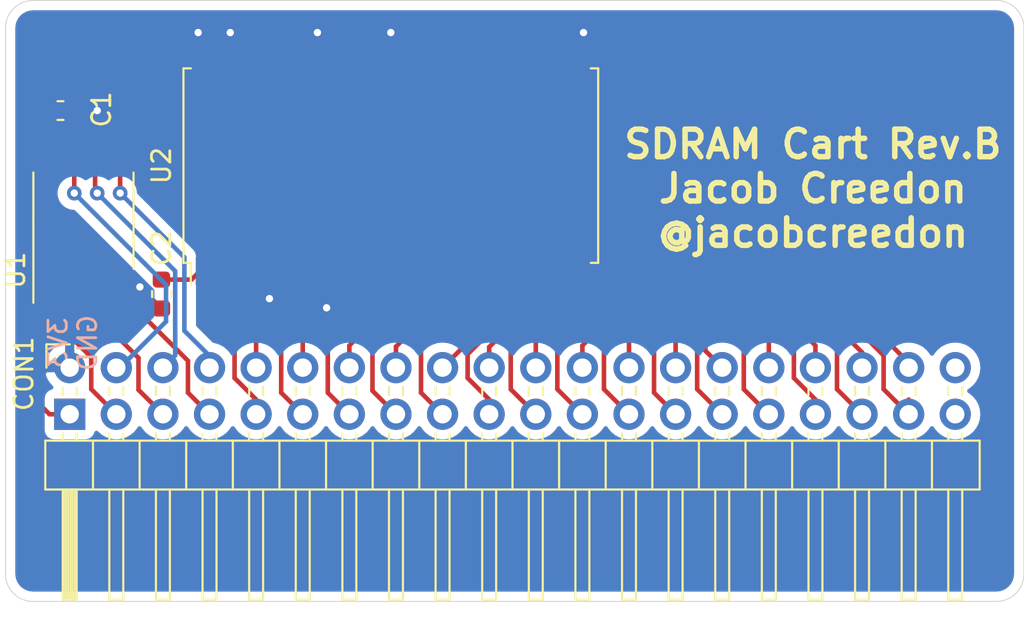
<source format=kicad_pcb>
(kicad_pcb (version 20171130) (host pcbnew 5.1.4+dfsg1-1)

  (general
    (thickness 1.6)
    (drawings 10)
    (tracks 254)
    (zones 0)
    (modules 5)
    (nets 39)
  )

  (page A4)
  (layers
    (0 F.Cu signal)
    (31 B.Cu signal)
    (32 B.Adhes user hide)
    (33 F.Adhes user hide)
    (34 B.Paste user hide)
    (35 F.Paste user hide)
    (36 B.SilkS user)
    (37 F.SilkS user)
    (38 B.Mask user)
    (39 F.Mask user)
    (40 Dwgs.User user hide)
    (41 Cmts.User user hide)
    (42 Eco1.User user hide)
    (43 Eco2.User user hide)
    (44 Edge.Cuts user)
    (45 Margin user hide)
    (46 B.CrtYd user)
    (47 F.CrtYd user hide)
    (48 B.Fab user)
    (49 F.Fab user)
  )

  (setup
    (last_trace_width 0.25)
    (trace_clearance 0.2)
    (zone_clearance 0.508)
    (zone_45_only no)
    (trace_min 0.2)
    (via_size 0.8)
    (via_drill 0.4)
    (via_min_size 0.4)
    (via_min_drill 0.3)
    (uvia_size 0.3)
    (uvia_drill 0.1)
    (uvias_allowed no)
    (uvia_min_size 0.2)
    (uvia_min_drill 0.1)
    (edge_width 0.05)
    (segment_width 0.2)
    (pcb_text_width 0.3)
    (pcb_text_size 1.5 1.5)
    (mod_edge_width 0.3)
    (mod_text_size 1 1)
    (mod_text_width 0.15)
    (pad_size 1.524 1.524)
    (pad_drill 0.762)
    (pad_to_mask_clearance 0.051)
    (aux_axis_origin 102 84)
    (visible_elements 7FFFFFFF)
    (pcbplotparams
      (layerselection 0x010f0_ffffffff)
      (usegerberextensions false)
      (usegerberattributes false)
      (usegerberadvancedattributes false)
      (creategerberjobfile false)
      (excludeedgelayer true)
      (linewidth 0.100000)
      (plotframeref false)
      (viasonmask false)
      (mode 1)
      (useauxorigin false)
      (hpglpennumber 1)
      (hpglpenspeed 20)
      (hpglpendiameter 15.000000)
      (psnegative false)
      (psa4output false)
      (plotreference true)
      (plotvalue true)
      (plotinvisibletext false)
      (padsonsilk false)
      (subtractmaskfromsilk false)
      (outputformat 1)
      (mirror false)
      (drillshape 0)
      (scaleselection 1)
      (outputdirectory "export/"))
  )

  (net 0 "")
  (net 1 3V3)
  (net 2 GND)
  (net 3 CS)
  (net 4 HOLD)
  (net 5 MISO)
  (net 6 SCK)
  (net 7 WP)
  (net 8 MOSI)
  (net 9 GENIO1)
  (net 10 GENIO2)
  (net 11 GENIO3)
  (net 12 GENIO4)
  (net 13 GENIO5)
  (net 14 GENIO6)
  (net 15 GENIO7)
  (net 16 GENIO8)
  (net 17 GENIO9)
  (net 18 GENIO10)
  (net 19 GENIO11)
  (net 20 GENIO12)
  (net 21 GENIO13)
  (net 22 GENIO14)
  (net 23 GENIO15)
  (net 24 GENIO16)
  (net 25 GENIO17)
  (net 26 GENIO18)
  (net 27 GENIO19)
  (net 28 GENIO20)
  (net 29 GENIO21)
  (net 30 GENIO22)
  (net 31 GENIO23)
  (net 32 GENIO24)
  (net 33 GENIO25)
  (net 34 GENIO26)
  (net 35 GENIO27)
  (net 36 GENIO28)
  (net 37 GENIO29)
  (net 38 GENIO30)

  (net_class Default "This is the default net class."
    (clearance 0.2)
    (trace_width 0.25)
    (via_dia 0.8)
    (via_drill 0.4)
    (uvia_dia 0.3)
    (uvia_drill 0.1)
    (add_net 3V3)
    (add_net CS)
    (add_net GENIO1)
    (add_net GENIO10)
    (add_net GENIO11)
    (add_net GENIO12)
    (add_net GENIO13)
    (add_net GENIO14)
    (add_net GENIO15)
    (add_net GENIO16)
    (add_net GENIO17)
    (add_net GENIO18)
    (add_net GENIO19)
    (add_net GENIO2)
    (add_net GENIO20)
    (add_net GENIO21)
    (add_net GENIO22)
    (add_net GENIO23)
    (add_net GENIO24)
    (add_net GENIO25)
    (add_net GENIO26)
    (add_net GENIO27)
    (add_net GENIO28)
    (add_net GENIO29)
    (add_net GENIO3)
    (add_net GENIO30)
    (add_net GENIO4)
    (add_net GENIO5)
    (add_net GENIO6)
    (add_net GENIO7)
    (add_net GENIO8)
    (add_net GENIO9)
    (add_net GND)
    (add_net HOLD)
    (add_net MISO)
    (add_net MOSI)
    (add_net SCK)
    (add_net WP)
  )

  (module Package_SO:TSOP-II-54_22.2x10.16mm_P0.8mm (layer F.Cu) (tedit 5B589EC7) (tstamp 5DD2C012)
    (at 123 60.25 90)
    (descr "54-lead TSOP typ II package")
    (tags "TSOPII TSOP2")
    (path /5DD28E68)
    (attr smd)
    (fp_text reference U2 (at 0 -12.5 90) (layer F.SilkS)
      (effects (font (size 1 1) (thickness 0.15)))
    )
    (fp_text value TSOP-II-54-x8 (at 0 12.5 90) (layer F.Fab)
      (effects (font (size 0.85 0.85) (thickness 0.15)))
    )
    (fp_text user %R (at -0.606 0.88 90) (layer F.Fab)
      (effects (font (size 1 1) (thickness 0.15)))
    )
    (fp_line (start -4.08 -11.11) (end 5.08 -11.11) (layer F.Fab) (width 0.1))
    (fp_line (start 5.08 -11.11) (end 5.08 11.11) (layer F.Fab) (width 0.1))
    (fp_line (start 5.08 11.11) (end -5.08 11.11) (layer F.Fab) (width 0.1))
    (fp_line (start -5.08 11.11) (end -5.08 -10.11) (layer F.Fab) (width 0.1))
    (fp_line (start -4.08 -11.11) (end -5.08 -10.11) (layer F.Fab) (width 0.1))
    (fp_line (start -6.5 -10.9) (end -5.3 -10.9) (layer F.SilkS) (width 0.12))
    (fp_line (start -5.3 -10.9) (end -5.3 -11.3) (layer F.SilkS) (width 0.12))
    (fp_line (start -5.3 -11.3) (end 5.3 -11.3) (layer F.SilkS) (width 0.12))
    (fp_line (start -5.3 11.3) (end 5.3 11.3) (layer F.SilkS) (width 0.12))
    (fp_line (start 5.3 -11.3) (end 5.3 -10.9) (layer F.SilkS) (width 0.12))
    (fp_line (start 5.3 10.9) (end 5.3 11.3) (layer F.SilkS) (width 0.12))
    (fp_line (start -5.3 10.9) (end -5.3 11.3) (layer F.SilkS) (width 0.12))
    (fp_line (start -6.76 -11.36) (end 6.76 -11.36) (layer F.CrtYd) (width 0.05))
    (fp_line (start 6.76 -11.36) (end 6.76 11.36) (layer F.CrtYd) (width 0.05))
    (fp_line (start 6.76 11.36) (end -6.76 11.36) (layer F.CrtYd) (width 0.05))
    (fp_line (start -6.76 -11.36) (end -6.76 11.36) (layer F.CrtYd) (width 0.05))
    (pad 54 smd rect (at 5.75 -10.4 90) (size 1.51 0.458) (layers F.Cu F.Paste F.Mask)
      (net 2 GND))
    (pad 53 smd rect (at 5.75 -9.6 90) (size 1.51 0.458) (layers F.Cu F.Paste F.Mask)
      (net 24 GENIO16))
    (pad 52 smd rect (at 5.75 -8.8 90) (size 1.51 0.458) (layers F.Cu F.Paste F.Mask)
      (net 2 GND))
    (pad 51 smd rect (at 5.75 -8 90) (size 1.51 0.458) (layers F.Cu F.Paste F.Mask))
    (pad 50 smd rect (at 5.75 -7.2 90) (size 1.51 0.458) (layers F.Cu F.Paste F.Mask)
      (net 25 GENIO17))
    (pad 49 smd rect (at 5.75 -6.4 90) (size 1.51 0.458) (layers F.Cu F.Paste F.Mask)
      (net 1 3V3))
    (pad 48 smd rect (at 5.75 -5.6 90) (size 1.51 0.458) (layers F.Cu F.Paste F.Mask))
    (pad 47 smd rect (at 5.75 -4.8 90) (size 1.51 0.458) (layers F.Cu F.Paste F.Mask)
      (net 26 GENIO18))
    (pad 46 smd rect (at 5.75 -4 90) (size 1.51 0.458) (layers F.Cu F.Paste F.Mask)
      (net 2 GND))
    (pad 45 smd rect (at 5.75 -3.2 90) (size 1.51 0.458) (layers F.Cu F.Paste F.Mask))
    (pad 44 smd rect (at 5.75 -2.4 90) (size 1.51 0.458) (layers F.Cu F.Paste F.Mask)
      (net 27 GENIO19))
    (pad 43 smd rect (at 5.75 -1.6 90) (size 1.51 0.458) (layers F.Cu F.Paste F.Mask)
      (net 1 3V3))
    (pad 42 smd rect (at 5.75 -0.8 90) (size 1.51 0.458) (layers F.Cu F.Paste F.Mask))
    (pad 41 smd rect (at 5.75 0 90) (size 1.51 0.458) (layers F.Cu F.Paste F.Mask)
      (net 2 GND))
    (pad 40 smd rect (at 5.75 0.8 90) (size 1.51 0.458) (layers F.Cu F.Paste F.Mask))
    (pad 39 smd rect (at 5.75 1.6 90) (size 1.51 0.458) (layers F.Cu F.Paste F.Mask)
      (net 28 GENIO20))
    (pad 38 smd rect (at 5.75 2.4 90) (size 1.51 0.458) (layers F.Cu F.Paste F.Mask)
      (net 29 GENIO21))
    (pad 37 smd rect (at 5.75 3.2 90) (size 1.51 0.458) (layers F.Cu F.Paste F.Mask)
      (net 30 GENIO22))
    (pad 36 smd rect (at 5.75 4 90) (size 1.51 0.458) (layers F.Cu F.Paste F.Mask)
      (net 31 GENIO23))
    (pad 35 smd rect (at 5.75 4.8 90) (size 1.51 0.458) (layers F.Cu F.Paste F.Mask)
      (net 32 GENIO24))
    (pad 34 smd rect (at 5.75 5.6 90) (size 1.51 0.458) (layers F.Cu F.Paste F.Mask)
      (net 33 GENIO25))
    (pad 33 smd rect (at 5.75 6.4 90) (size 1.51 0.458) (layers F.Cu F.Paste F.Mask)
      (net 34 GENIO26))
    (pad 32 smd rect (at 5.75 7.2 90) (size 1.51 0.458) (layers F.Cu F.Paste F.Mask)
      (net 35 GENIO27))
    (pad 31 smd rect (at 5.75 8 90) (size 1.51 0.458) (layers F.Cu F.Paste F.Mask)
      (net 36 GENIO28))
    (pad 30 smd rect (at 5.75 8.8 90) (size 1.51 0.458) (layers F.Cu F.Paste F.Mask)
      (net 37 GENIO29))
    (pad 29 smd rect (at 5.75 9.6 90) (size 1.51 0.458) (layers F.Cu F.Paste F.Mask)
      (net 38 GENIO30))
    (pad 28 smd rect (at 5.75 10.4 90) (size 1.51 0.458) (layers F.Cu F.Paste F.Mask)
      (net 2 GND))
    (pad 27 smd rect (at -5.75 10.4 90) (size 1.51 0.458) (layers F.Cu F.Paste F.Mask)
      (net 1 3V3))
    (pad 26 smd rect (at -5.75 9.6 90) (size 1.51 0.458) (layers F.Cu F.Paste F.Mask)
      (net 23 GENIO15))
    (pad 25 smd rect (at -5.75 8.8 90) (size 1.51 0.458) (layers F.Cu F.Paste F.Mask)
      (net 22 GENIO14))
    (pad 24 smd rect (at -5.75 8 90) (size 1.51 0.458) (layers F.Cu F.Paste F.Mask)
      (net 21 GENIO13))
    (pad 23 smd rect (at -5.75 7.2 90) (size 1.51 0.458) (layers F.Cu F.Paste F.Mask)
      (net 20 GENIO12))
    (pad 22 smd rect (at -5.75 6.4 90) (size 1.51 0.458) (layers F.Cu F.Paste F.Mask)
      (net 19 GENIO11))
    (pad 21 smd rect (at -5.75 5.6 90) (size 1.51 0.458) (layers F.Cu F.Paste F.Mask)
      (net 18 GENIO10))
    (pad 20 smd rect (at -5.75 4.8 90) (size 1.51 0.458) (layers F.Cu F.Paste F.Mask)
      (net 17 GENIO9))
    (pad 19 smd rect (at -5.75 4 90) (size 1.51 0.458) (layers F.Cu F.Paste F.Mask)
      (net 16 GENIO8))
    (pad 18 smd rect (at -5.75 3.2 90) (size 1.51 0.458) (layers F.Cu F.Paste F.Mask)
      (net 15 GENIO7))
    (pad 17 smd rect (at -5.75 2.4 90) (size 1.51 0.458) (layers F.Cu F.Paste F.Mask)
      (net 14 GENIO6))
    (pad 16 smd rect (at -5.75 1.6 90) (size 1.51 0.458) (layers F.Cu F.Paste F.Mask)
      (net 13 GENIO5))
    (pad 15 smd rect (at -5.75 0.8 90) (size 1.51 0.458) (layers F.Cu F.Paste F.Mask))
    (pad 14 smd rect (at -5.75 0 90) (size 1.51 0.458) (layers F.Cu F.Paste F.Mask)
      (net 1 3V3))
    (pad 13 smd rect (at -5.75 -0.8 90) (size 1.51 0.458) (layers F.Cu F.Paste F.Mask))
    (pad 12 smd rect (at -5.75 -1.6 90) (size 1.51 0.458) (layers F.Cu F.Paste F.Mask)
      (net 2 GND))
    (pad 11 smd rect (at -5.75 -2.4 90) (size 1.51 0.458) (layers F.Cu F.Paste F.Mask)
      (net 12 GENIO4))
    (pad 10 smd rect (at -5.75 -3.2 90) (size 1.51 0.458) (layers F.Cu F.Paste F.Mask))
    (pad 9 smd rect (at -5.75 -4 90) (size 1.51 0.458) (layers F.Cu F.Paste F.Mask)
      (net 1 3V3))
    (pad 8 smd rect (at -5.75 -4.8 90) (size 1.51 0.458) (layers F.Cu F.Paste F.Mask)
      (net 11 GENIO3))
    (pad 7 smd rect (at -5.75 -5.6 90) (size 1.51 0.458) (layers F.Cu F.Paste F.Mask))
    (pad 6 smd rect (at -5.75 -6.4 90) (size 1.51 0.458) (layers F.Cu F.Paste F.Mask)
      (net 2 GND))
    (pad 5 smd rect (at -5.75 -7.2 90) (size 1.51 0.458) (layers F.Cu F.Paste F.Mask)
      (net 10 GENIO2))
    (pad 4 smd rect (at -5.75 -8 90) (size 1.51 0.458) (layers F.Cu F.Paste F.Mask))
    (pad 3 smd rect (at -5.75 -8.8 90) (size 1.51 0.458) (layers F.Cu F.Paste F.Mask)
      (net 1 3V3))
    (pad 2 smd rect (at -5.75 -9.6 90) (size 1.51 0.458) (layers F.Cu F.Paste F.Mask)
      (net 9 GENIO1))
    (pad 1 smd rect (at -5.75 -10.4 90) (size 1.51 0.458) (layers F.Cu F.Paste F.Mask)
      (net 1 3V3))
    (model ${KISYS3DMOD}/Package_SO.3dshapes/TSOP-II-54_22.2x10.16mm_P0.8mm.wrl
      (at (xyz 0 0 0))
      (scale (xyz 1 1 1))
      (rotate (xyz 0 0 0))
    )
  )

  (module inv_hdr:PinHeader_2x20_P2.54mm_Horizontal_Mirrored (layer F.Cu) (tedit 5D72096D) (tstamp 5D7186FA)
    (at 105.5 73.8 90)
    (descr "Through hole angled pin header, 2x20, 2.54mm pitch, 6mm pin length, double rows")
    (tags "Through hole angled pin header THT 2x20 2.54mm double row")
    (path /5D74D124)
    (fp_text reference CON1 (at 2.2 -2.5 90) (layer F.SilkS)
      (effects (font (size 1 1) (thickness 0.15)))
    )
    (fp_text value Conn_02x20_Odd_Even (at -3.115 50.53 -90) (layer F.Fab)
      (effects (font (size 1 1) (thickness 0.15)))
    )
    (fp_line (start -2.135 -1.27) (end -4.04 -1.27) (layer F.Fab) (width 0.1))
    (fp_line (start -4.04 -1.27) (end -4.04 49.53) (layer F.Fab) (width 0.1))
    (fp_line (start -4.04 49.53) (end -1.5 49.53) (layer F.Fab) (width 0.1))
    (fp_line (start -1.5 49.53) (end -1.5 -0.635) (layer F.Fab) (width 0.1))
    (fp_line (start -1.5 -0.635) (end -2.135 -1.27) (layer F.Fab) (width 0.1))
    (fp_line (start 2.86 -0.32) (end -1.5 -0.32) (layer F.Fab) (width 0.1))
    (fp_line (start 2.86 -0.32) (end 2.86 0.32) (layer F.Fab) (width 0.1))
    (fp_line (start 2.86 0.32) (end -1.5 0.32) (layer F.Fab) (width 0.1))
    (fp_line (start -4.04 -0.32) (end -10.04 -0.32) (layer F.Fab) (width 0.1))
    (fp_line (start -10.04 -0.32) (end -10.04 0.32) (layer F.Fab) (width 0.1))
    (fp_line (start -4.04 0.32) (end -10.04 0.32) (layer F.Fab) (width 0.1))
    (fp_line (start 2.86 2.22) (end -1.5 2.22) (layer F.Fab) (width 0.1))
    (fp_line (start 2.86 2.22) (end 2.86 2.86) (layer F.Fab) (width 0.1))
    (fp_line (start 2.86 2.86) (end -1.5 2.86) (layer F.Fab) (width 0.1))
    (fp_line (start -4.04 2.22) (end -10.04 2.22) (layer F.Fab) (width 0.1))
    (fp_line (start -10.04 2.22) (end -10.04 2.86) (layer F.Fab) (width 0.1))
    (fp_line (start -4.04 2.86) (end -10.04 2.86) (layer F.Fab) (width 0.1))
    (fp_line (start 2.86 4.76) (end -1.5 4.76) (layer F.Fab) (width 0.1))
    (fp_line (start 2.86 4.76) (end 2.86 5.4) (layer F.Fab) (width 0.1))
    (fp_line (start 2.86 5.4) (end -1.5 5.4) (layer F.Fab) (width 0.1))
    (fp_line (start -4.04 4.76) (end -10.04 4.76) (layer F.Fab) (width 0.1))
    (fp_line (start -10.04 4.76) (end -10.04 5.4) (layer F.Fab) (width 0.1))
    (fp_line (start -4.04 5.4) (end -10.04 5.4) (layer F.Fab) (width 0.1))
    (fp_line (start 2.86 7.3) (end -1.5 7.3) (layer F.Fab) (width 0.1))
    (fp_line (start 2.86 7.3) (end 2.86 7.94) (layer F.Fab) (width 0.1))
    (fp_line (start 2.86 7.94) (end -1.5 7.94) (layer F.Fab) (width 0.1))
    (fp_line (start -4.04 7.3) (end -10.04 7.3) (layer F.Fab) (width 0.1))
    (fp_line (start -10.04 7.3) (end -10.04 7.94) (layer F.Fab) (width 0.1))
    (fp_line (start -4.04 7.94) (end -10.04 7.94) (layer F.Fab) (width 0.1))
    (fp_line (start 2.86 9.84) (end -1.5 9.84) (layer F.Fab) (width 0.1))
    (fp_line (start 2.86 9.84) (end 2.86 10.48) (layer F.Fab) (width 0.1))
    (fp_line (start 2.86 10.48) (end -1.5 10.48) (layer F.Fab) (width 0.1))
    (fp_line (start -4.04 9.84) (end -10.04 9.84) (layer F.Fab) (width 0.1))
    (fp_line (start -10.04 9.84) (end -10.04 10.48) (layer F.Fab) (width 0.1))
    (fp_line (start -4.04 10.48) (end -10.04 10.48) (layer F.Fab) (width 0.1))
    (fp_line (start 2.86 12.38) (end -1.5 12.38) (layer F.Fab) (width 0.1))
    (fp_line (start 2.86 12.38) (end 2.86 13.02) (layer F.Fab) (width 0.1))
    (fp_line (start 2.86 13.02) (end -1.5 13.02) (layer F.Fab) (width 0.1))
    (fp_line (start -4.04 12.38) (end -10.04 12.38) (layer F.Fab) (width 0.1))
    (fp_line (start -10.04 12.38) (end -10.04 13.02) (layer F.Fab) (width 0.1))
    (fp_line (start -4.04 13.02) (end -10.04 13.02) (layer F.Fab) (width 0.1))
    (fp_line (start 2.86 14.92) (end -1.5 14.92) (layer F.Fab) (width 0.1))
    (fp_line (start 2.86 14.92) (end 2.86 15.56) (layer F.Fab) (width 0.1))
    (fp_line (start 2.86 15.56) (end -1.5 15.56) (layer F.Fab) (width 0.1))
    (fp_line (start -4.04 14.92) (end -10.04 14.92) (layer F.Fab) (width 0.1))
    (fp_line (start -10.04 14.92) (end -10.04 15.56) (layer F.Fab) (width 0.1))
    (fp_line (start -4.04 15.56) (end -10.04 15.56) (layer F.Fab) (width 0.1))
    (fp_line (start 2.86 17.46) (end -1.5 17.46) (layer F.Fab) (width 0.1))
    (fp_line (start 2.86 17.46) (end 2.86 18.1) (layer F.Fab) (width 0.1))
    (fp_line (start 2.86 18.1) (end -1.5 18.1) (layer F.Fab) (width 0.1))
    (fp_line (start -4.04 17.46) (end -10.04 17.46) (layer F.Fab) (width 0.1))
    (fp_line (start -10.04 17.46) (end -10.04 18.1) (layer F.Fab) (width 0.1))
    (fp_line (start -4.04 18.1) (end -10.04 18.1) (layer F.Fab) (width 0.1))
    (fp_line (start 2.86 20) (end -1.5 20) (layer F.Fab) (width 0.1))
    (fp_line (start 2.86 20) (end 2.86 20.64) (layer F.Fab) (width 0.1))
    (fp_line (start 2.86 20.64) (end -1.5 20.64) (layer F.Fab) (width 0.1))
    (fp_line (start -4.04 20) (end -10.04 20) (layer F.Fab) (width 0.1))
    (fp_line (start -10.04 20) (end -10.04 20.64) (layer F.Fab) (width 0.1))
    (fp_line (start -4.04 20.64) (end -10.04 20.64) (layer F.Fab) (width 0.1))
    (fp_line (start 2.86 22.54) (end -1.5 22.54) (layer F.Fab) (width 0.1))
    (fp_line (start 2.86 22.54) (end 2.86 23.18) (layer F.Fab) (width 0.1))
    (fp_line (start 2.86 23.18) (end -1.5 23.18) (layer F.Fab) (width 0.1))
    (fp_line (start -4.04 22.54) (end -10.04 22.54) (layer F.Fab) (width 0.1))
    (fp_line (start -10.04 22.54) (end -10.04 23.18) (layer F.Fab) (width 0.1))
    (fp_line (start -4.04 23.18) (end -10.04 23.18) (layer F.Fab) (width 0.1))
    (fp_line (start 2.86 25.08) (end -1.5 25.08) (layer F.Fab) (width 0.1))
    (fp_line (start 2.86 25.08) (end 2.86 25.72) (layer F.Fab) (width 0.1))
    (fp_line (start 2.86 25.72) (end -1.5 25.72) (layer F.Fab) (width 0.1))
    (fp_line (start -4.04 25.08) (end -10.04 25.08) (layer F.Fab) (width 0.1))
    (fp_line (start -10.04 25.08) (end -10.04 25.72) (layer F.Fab) (width 0.1))
    (fp_line (start -4.04 25.72) (end -10.04 25.72) (layer F.Fab) (width 0.1))
    (fp_line (start 2.86 27.62) (end -1.5 27.62) (layer F.Fab) (width 0.1))
    (fp_line (start 2.86 27.62) (end 2.86 28.26) (layer F.Fab) (width 0.1))
    (fp_line (start 2.86 28.26) (end -1.5 28.26) (layer F.Fab) (width 0.1))
    (fp_line (start -4.04 27.62) (end -10.04 27.62) (layer F.Fab) (width 0.1))
    (fp_line (start -10.04 27.62) (end -10.04 28.26) (layer F.Fab) (width 0.1))
    (fp_line (start -4.04 28.26) (end -10.04 28.26) (layer F.Fab) (width 0.1))
    (fp_line (start 2.86 30.16) (end -1.5 30.16) (layer F.Fab) (width 0.1))
    (fp_line (start 2.86 30.16) (end 2.86 30.8) (layer F.Fab) (width 0.1))
    (fp_line (start 2.86 30.8) (end -1.5 30.8) (layer F.Fab) (width 0.1))
    (fp_line (start -4.04 30.16) (end -10.04 30.16) (layer F.Fab) (width 0.1))
    (fp_line (start -10.04 30.16) (end -10.04 30.8) (layer F.Fab) (width 0.1))
    (fp_line (start -4.04 30.8) (end -10.04 30.8) (layer F.Fab) (width 0.1))
    (fp_line (start 2.86 32.7) (end -1.5 32.7) (layer F.Fab) (width 0.1))
    (fp_line (start 2.86 32.7) (end 2.86 33.34) (layer F.Fab) (width 0.1))
    (fp_line (start 2.86 33.34) (end -1.5 33.34) (layer F.Fab) (width 0.1))
    (fp_line (start -4.04 32.7) (end -10.04 32.7) (layer F.Fab) (width 0.1))
    (fp_line (start -10.04 32.7) (end -10.04 33.34) (layer F.Fab) (width 0.1))
    (fp_line (start -4.04 33.34) (end -10.04 33.34) (layer F.Fab) (width 0.1))
    (fp_line (start 2.86 35.24) (end -1.5 35.24) (layer F.Fab) (width 0.1))
    (fp_line (start 2.86 35.24) (end 2.86 35.88) (layer F.Fab) (width 0.1))
    (fp_line (start 2.86 35.88) (end -1.5 35.88) (layer F.Fab) (width 0.1))
    (fp_line (start -4.04 35.24) (end -10.04 35.24) (layer F.Fab) (width 0.1))
    (fp_line (start -10.04 35.24) (end -10.04 35.88) (layer F.Fab) (width 0.1))
    (fp_line (start -4.04 35.88) (end -10.04 35.88) (layer F.Fab) (width 0.1))
    (fp_line (start 2.86 37.78) (end -1.5 37.78) (layer F.Fab) (width 0.1))
    (fp_line (start 2.86 37.78) (end 2.86 38.42) (layer F.Fab) (width 0.1))
    (fp_line (start 2.86 38.42) (end -1.5 38.42) (layer F.Fab) (width 0.1))
    (fp_line (start -4.04 37.78) (end -10.04 37.78) (layer F.Fab) (width 0.1))
    (fp_line (start -10.04 37.78) (end -10.04 38.42) (layer F.Fab) (width 0.1))
    (fp_line (start -4.04 38.42) (end -10.04 38.42) (layer F.Fab) (width 0.1))
    (fp_line (start 2.86 40.32) (end -1.5 40.32) (layer F.Fab) (width 0.1))
    (fp_line (start 2.86 40.32) (end 2.86 40.96) (layer F.Fab) (width 0.1))
    (fp_line (start 2.86 40.96) (end -1.5 40.96) (layer F.Fab) (width 0.1))
    (fp_line (start -4.04 40.32) (end -10.04 40.32) (layer F.Fab) (width 0.1))
    (fp_line (start -10.04 40.32) (end -10.04 40.96) (layer F.Fab) (width 0.1))
    (fp_line (start -4.04 40.96) (end -10.04 40.96) (layer F.Fab) (width 0.1))
    (fp_line (start 2.86 42.86) (end -1.5 42.86) (layer F.Fab) (width 0.1))
    (fp_line (start 2.86 42.86) (end 2.86 43.5) (layer F.Fab) (width 0.1))
    (fp_line (start 2.86 43.5) (end -1.5 43.5) (layer F.Fab) (width 0.1))
    (fp_line (start -4.04 42.86) (end -10.04 42.86) (layer F.Fab) (width 0.1))
    (fp_line (start -10.04 42.86) (end -10.04 43.5) (layer F.Fab) (width 0.1))
    (fp_line (start -4.04 43.5) (end -10.04 43.5) (layer F.Fab) (width 0.1))
    (fp_line (start 2.86 45.4) (end -1.5 45.4) (layer F.Fab) (width 0.1))
    (fp_line (start 2.86 45.4) (end 2.86 46.04) (layer F.Fab) (width 0.1))
    (fp_line (start 2.86 46.04) (end -1.5 46.04) (layer F.Fab) (width 0.1))
    (fp_line (start -4.04 45.4) (end -10.04 45.4) (layer F.Fab) (width 0.1))
    (fp_line (start -10.04 45.4) (end -10.04 46.04) (layer F.Fab) (width 0.1))
    (fp_line (start -4.04 46.04) (end -10.04 46.04) (layer F.Fab) (width 0.1))
    (fp_line (start 2.86 47.94) (end -1.5 47.94) (layer F.Fab) (width 0.1))
    (fp_line (start 2.86 47.94) (end 2.86 48.58) (layer F.Fab) (width 0.1))
    (fp_line (start 2.86 48.58) (end -1.5 48.58) (layer F.Fab) (width 0.1))
    (fp_line (start -4.04 47.94) (end -10.04 47.94) (layer F.Fab) (width 0.1))
    (fp_line (start -10.04 47.94) (end -10.04 48.58) (layer F.Fab) (width 0.1))
    (fp_line (start -4.04 48.58) (end -10.04 48.58) (layer F.Fab) (width 0.1))
    (fp_line (start -1.44 -1.33) (end -1.44 49.59) (layer F.SilkS) (width 0.12))
    (fp_line (start -1.44 49.59) (end -4.1 49.59) (layer F.SilkS) (width 0.12))
    (fp_line (start -4.1 49.59) (end -4.1 -1.33) (layer F.SilkS) (width 0.12))
    (fp_line (start -4.1 -1.33) (end -1.44 -1.33) (layer F.SilkS) (width 0.12))
    (fp_line (start -4.1 -0.38) (end -10.1 -0.38) (layer F.SilkS) (width 0.12))
    (fp_line (start -10.1 -0.38) (end -10.1 0.38) (layer F.SilkS) (width 0.12))
    (fp_line (start -10.1 0.38) (end -4.1 0.38) (layer F.SilkS) (width 0.12))
    (fp_line (start -4.1 -0.32) (end -10.1 -0.32) (layer F.SilkS) (width 0.12))
    (fp_line (start -4.1 -0.2) (end -10.1 -0.2) (layer F.SilkS) (width 0.12))
    (fp_line (start -4.1 -0.08) (end -10.1 -0.08) (layer F.SilkS) (width 0.12))
    (fp_line (start -4.1 0.04) (end -10.1 0.04) (layer F.SilkS) (width 0.12))
    (fp_line (start -4.1 0.16) (end -10.1 0.16) (layer F.SilkS) (width 0.12))
    (fp_line (start -4.1 0.28) (end -10.1 0.28) (layer F.SilkS) (width 0.12))
    (fp_line (start -1.042929 -0.38) (end -1.44 -0.38) (layer F.SilkS) (width 0.12))
    (fp_line (start -1.042929 0.38) (end -1.44 0.38) (layer F.SilkS) (width 0.12))
    (fp_line (start 1.43 -0.38) (end 1.042929 -0.38) (layer F.SilkS) (width 0.12))
    (fp_line (start 1.43 0.38) (end 1.042929 0.38) (layer F.SilkS) (width 0.12))
    (fp_line (start -1.44 1.27) (end -4.1 1.27) (layer F.SilkS) (width 0.12))
    (fp_line (start -4.1 2.16) (end -10.1 2.16) (layer F.SilkS) (width 0.12))
    (fp_line (start -10.1 2.16) (end -10.1 2.92) (layer F.SilkS) (width 0.12))
    (fp_line (start -10.1 2.92) (end -4.1 2.92) (layer F.SilkS) (width 0.12))
    (fp_line (start -1.042929 2.16) (end -1.44 2.16) (layer F.SilkS) (width 0.12))
    (fp_line (start -1.042929 2.92) (end -1.44 2.92) (layer F.SilkS) (width 0.12))
    (fp_line (start 1.497071 2.16) (end 1.042929 2.16) (layer F.SilkS) (width 0.12))
    (fp_line (start 1.497071 2.92) (end 1.042929 2.92) (layer F.SilkS) (width 0.12))
    (fp_line (start -1.44 3.81) (end -4.1 3.81) (layer F.SilkS) (width 0.12))
    (fp_line (start -4.1 4.7) (end -10.1 4.7) (layer F.SilkS) (width 0.12))
    (fp_line (start -10.1 4.7) (end -10.1 5.46) (layer F.SilkS) (width 0.12))
    (fp_line (start -10.1 5.46) (end -4.1 5.46) (layer F.SilkS) (width 0.12))
    (fp_line (start -1.042929 4.7) (end -1.44 4.7) (layer F.SilkS) (width 0.12))
    (fp_line (start -1.042929 5.46) (end -1.44 5.46) (layer F.SilkS) (width 0.12))
    (fp_line (start 1.497071 4.7) (end 1.042929 4.7) (layer F.SilkS) (width 0.12))
    (fp_line (start 1.497071 5.46) (end 1.042929 5.46) (layer F.SilkS) (width 0.12))
    (fp_line (start -1.44 6.35) (end -4.1 6.35) (layer F.SilkS) (width 0.12))
    (fp_line (start -4.1 7.24) (end -10.1 7.24) (layer F.SilkS) (width 0.12))
    (fp_line (start -10.1 7.24) (end -10.1 8) (layer F.SilkS) (width 0.12))
    (fp_line (start -10.1 8) (end -4.1 8) (layer F.SilkS) (width 0.12))
    (fp_line (start -1.042929 7.24) (end -1.44 7.24) (layer F.SilkS) (width 0.12))
    (fp_line (start -1.042929 8) (end -1.44 8) (layer F.SilkS) (width 0.12))
    (fp_line (start 1.497071 7.24) (end 1.042929 7.24) (layer F.SilkS) (width 0.12))
    (fp_line (start 1.497071 8) (end 1.042929 8) (layer F.SilkS) (width 0.12))
    (fp_line (start -1.44 8.89) (end -4.1 8.89) (layer F.SilkS) (width 0.12))
    (fp_line (start -4.1 9.78) (end -10.1 9.78) (layer F.SilkS) (width 0.12))
    (fp_line (start -10.1 9.78) (end -10.1 10.54) (layer F.SilkS) (width 0.12))
    (fp_line (start -10.1 10.54) (end -4.1 10.54) (layer F.SilkS) (width 0.12))
    (fp_line (start -1.042929 9.78) (end -1.44 9.78) (layer F.SilkS) (width 0.12))
    (fp_line (start -1.042929 10.54) (end -1.44 10.54) (layer F.SilkS) (width 0.12))
    (fp_line (start 1.497071 9.78) (end 1.042929 9.78) (layer F.SilkS) (width 0.12))
    (fp_line (start 1.497071 10.54) (end 1.042929 10.54) (layer F.SilkS) (width 0.12))
    (fp_line (start -1.44 11.43) (end -4.1 11.43) (layer F.SilkS) (width 0.12))
    (fp_line (start -4.1 12.32) (end -10.1 12.32) (layer F.SilkS) (width 0.12))
    (fp_line (start -10.1 12.32) (end -10.1 13.08) (layer F.SilkS) (width 0.12))
    (fp_line (start -10.1 13.08) (end -4.1 13.08) (layer F.SilkS) (width 0.12))
    (fp_line (start -1.042929 12.32) (end -1.44 12.32) (layer F.SilkS) (width 0.12))
    (fp_line (start -1.042929 13.08) (end -1.44 13.08) (layer F.SilkS) (width 0.12))
    (fp_line (start 1.497071 12.32) (end 1.042929 12.32) (layer F.SilkS) (width 0.12))
    (fp_line (start 1.497071 13.08) (end 1.042929 13.08) (layer F.SilkS) (width 0.12))
    (fp_line (start -1.44 13.97) (end -4.1 13.97) (layer F.SilkS) (width 0.12))
    (fp_line (start -4.1 14.86) (end -10.1 14.86) (layer F.SilkS) (width 0.12))
    (fp_line (start -10.1 14.86) (end -10.1 15.62) (layer F.SilkS) (width 0.12))
    (fp_line (start -10.1 15.62) (end -4.1 15.62) (layer F.SilkS) (width 0.12))
    (fp_line (start -1.042929 14.86) (end -1.44 14.86) (layer F.SilkS) (width 0.12))
    (fp_line (start -1.042929 15.62) (end -1.44 15.62) (layer F.SilkS) (width 0.12))
    (fp_line (start 1.497071 14.86) (end 1.042929 14.86) (layer F.SilkS) (width 0.12))
    (fp_line (start 1.497071 15.62) (end 1.042929 15.62) (layer F.SilkS) (width 0.12))
    (fp_line (start -1.44 16.51) (end -4.1 16.51) (layer F.SilkS) (width 0.12))
    (fp_line (start -4.1 17.4) (end -10.1 17.4) (layer F.SilkS) (width 0.12))
    (fp_line (start -10.1 17.4) (end -10.1 18.16) (layer F.SilkS) (width 0.12))
    (fp_line (start -10.1 18.16) (end -4.1 18.16) (layer F.SilkS) (width 0.12))
    (fp_line (start -1.042929 17.4) (end -1.44 17.4) (layer F.SilkS) (width 0.12))
    (fp_line (start -1.042929 18.16) (end -1.44 18.16) (layer F.SilkS) (width 0.12))
    (fp_line (start 1.497071 17.4) (end 1.042929 17.4) (layer F.SilkS) (width 0.12))
    (fp_line (start 1.497071 18.16) (end 1.042929 18.16) (layer F.SilkS) (width 0.12))
    (fp_line (start -1.44 19.05) (end -4.1 19.05) (layer F.SilkS) (width 0.12))
    (fp_line (start -4.1 19.94) (end -10.1 19.94) (layer F.SilkS) (width 0.12))
    (fp_line (start -10.1 19.94) (end -10.1 20.7) (layer F.SilkS) (width 0.12))
    (fp_line (start -10.1 20.7) (end -4.1 20.7) (layer F.SilkS) (width 0.12))
    (fp_line (start -1.042929 19.94) (end -1.44 19.94) (layer F.SilkS) (width 0.12))
    (fp_line (start -1.042929 20.7) (end -1.44 20.7) (layer F.SilkS) (width 0.12))
    (fp_line (start 1.497071 19.94) (end 1.042929 19.94) (layer F.SilkS) (width 0.12))
    (fp_line (start 1.497071 20.7) (end 1.042929 20.7) (layer F.SilkS) (width 0.12))
    (fp_line (start -1.44 21.59) (end -4.1 21.59) (layer F.SilkS) (width 0.12))
    (fp_line (start -4.1 22.48) (end -10.1 22.48) (layer F.SilkS) (width 0.12))
    (fp_line (start -10.1 22.48) (end -10.1 23.24) (layer F.SilkS) (width 0.12))
    (fp_line (start -10.1 23.24) (end -4.1 23.24) (layer F.SilkS) (width 0.12))
    (fp_line (start -1.042929 22.48) (end -1.44 22.48) (layer F.SilkS) (width 0.12))
    (fp_line (start -1.042929 23.24) (end -1.44 23.24) (layer F.SilkS) (width 0.12))
    (fp_line (start 1.497071 22.48) (end 1.042929 22.48) (layer F.SilkS) (width 0.12))
    (fp_line (start 1.497071 23.24) (end 1.042929 23.24) (layer F.SilkS) (width 0.12))
    (fp_line (start -1.44 24.13) (end -4.1 24.13) (layer F.SilkS) (width 0.12))
    (fp_line (start -4.1 25.02) (end -10.1 25.02) (layer F.SilkS) (width 0.12))
    (fp_line (start -10.1 25.02) (end -10.1 25.78) (layer F.SilkS) (width 0.12))
    (fp_line (start -10.1 25.78) (end -4.1 25.78) (layer F.SilkS) (width 0.12))
    (fp_line (start -1.042929 25.02) (end -1.44 25.02) (layer F.SilkS) (width 0.12))
    (fp_line (start -1.042929 25.78) (end -1.44 25.78) (layer F.SilkS) (width 0.12))
    (fp_line (start 1.497071 25.02) (end 1.042929 25.02) (layer F.SilkS) (width 0.12))
    (fp_line (start 1.497071 25.78) (end 1.042929 25.78) (layer F.SilkS) (width 0.12))
    (fp_line (start -1.44 26.67) (end -4.1 26.67) (layer F.SilkS) (width 0.12))
    (fp_line (start -4.1 27.56) (end -10.1 27.56) (layer F.SilkS) (width 0.12))
    (fp_line (start -10.1 27.56) (end -10.1 28.32) (layer F.SilkS) (width 0.12))
    (fp_line (start -10.1 28.32) (end -4.1 28.32) (layer F.SilkS) (width 0.12))
    (fp_line (start -1.042929 27.56) (end -1.44 27.56) (layer F.SilkS) (width 0.12))
    (fp_line (start -1.042929 28.32) (end -1.44 28.32) (layer F.SilkS) (width 0.12))
    (fp_line (start 1.497071 27.56) (end 1.042929 27.56) (layer F.SilkS) (width 0.12))
    (fp_line (start 1.497071 28.32) (end 1.042929 28.32) (layer F.SilkS) (width 0.12))
    (fp_line (start -1.44 29.21) (end -4.1 29.21) (layer F.SilkS) (width 0.12))
    (fp_line (start -4.1 30.1) (end -10.1 30.1) (layer F.SilkS) (width 0.12))
    (fp_line (start -10.1 30.1) (end -10.1 30.86) (layer F.SilkS) (width 0.12))
    (fp_line (start -10.1 30.86) (end -4.1 30.86) (layer F.SilkS) (width 0.12))
    (fp_line (start -1.042929 30.1) (end -1.44 30.1) (layer F.SilkS) (width 0.12))
    (fp_line (start -1.042929 30.86) (end -1.44 30.86) (layer F.SilkS) (width 0.12))
    (fp_line (start 1.497071 30.1) (end 1.042929 30.1) (layer F.SilkS) (width 0.12))
    (fp_line (start 1.497071 30.86) (end 1.042929 30.86) (layer F.SilkS) (width 0.12))
    (fp_line (start -1.44 31.75) (end -4.1 31.75) (layer F.SilkS) (width 0.12))
    (fp_line (start -4.1 32.64) (end -10.1 32.64) (layer F.SilkS) (width 0.12))
    (fp_line (start -10.1 32.64) (end -10.1 33.4) (layer F.SilkS) (width 0.12))
    (fp_line (start -10.1 33.4) (end -4.1 33.4) (layer F.SilkS) (width 0.12))
    (fp_line (start -1.042929 32.64) (end -1.44 32.64) (layer F.SilkS) (width 0.12))
    (fp_line (start -1.042929 33.4) (end -1.44 33.4) (layer F.SilkS) (width 0.12))
    (fp_line (start 1.497071 32.64) (end 1.042929 32.64) (layer F.SilkS) (width 0.12))
    (fp_line (start 1.497071 33.4) (end 1.042929 33.4) (layer F.SilkS) (width 0.12))
    (fp_line (start -1.44 34.29) (end -4.1 34.29) (layer F.SilkS) (width 0.12))
    (fp_line (start -4.1 35.18) (end -10.1 35.18) (layer F.SilkS) (width 0.12))
    (fp_line (start -10.1 35.18) (end -10.1 35.94) (layer F.SilkS) (width 0.12))
    (fp_line (start -10.1 35.94) (end -4.1 35.94) (layer F.SilkS) (width 0.12))
    (fp_line (start -1.042929 35.18) (end -1.44 35.18) (layer F.SilkS) (width 0.12))
    (fp_line (start -1.042929 35.94) (end -1.44 35.94) (layer F.SilkS) (width 0.12))
    (fp_line (start 1.497071 35.18) (end 1.042929 35.18) (layer F.SilkS) (width 0.12))
    (fp_line (start 1.497071 35.94) (end 1.042929 35.94) (layer F.SilkS) (width 0.12))
    (fp_line (start -1.44 36.83) (end -4.1 36.83) (layer F.SilkS) (width 0.12))
    (fp_line (start -4.1 37.72) (end -10.1 37.72) (layer F.SilkS) (width 0.12))
    (fp_line (start -10.1 37.72) (end -10.1 38.48) (layer F.SilkS) (width 0.12))
    (fp_line (start -10.1 38.48) (end -4.1 38.48) (layer F.SilkS) (width 0.12))
    (fp_line (start -1.042929 37.72) (end -1.44 37.72) (layer F.SilkS) (width 0.12))
    (fp_line (start -1.042929 38.48) (end -1.44 38.48) (layer F.SilkS) (width 0.12))
    (fp_line (start 1.497071 37.72) (end 1.042929 37.72) (layer F.SilkS) (width 0.12))
    (fp_line (start 1.497071 38.48) (end 1.042929 38.48) (layer F.SilkS) (width 0.12))
    (fp_line (start -1.44 39.37) (end -4.1 39.37) (layer F.SilkS) (width 0.12))
    (fp_line (start -4.1 40.26) (end -10.1 40.26) (layer F.SilkS) (width 0.12))
    (fp_line (start -10.1 40.26) (end -10.1 41.02) (layer F.SilkS) (width 0.12))
    (fp_line (start -10.1 41.02) (end -4.1 41.02) (layer F.SilkS) (width 0.12))
    (fp_line (start -1.042929 40.26) (end -1.44 40.26) (layer F.SilkS) (width 0.12))
    (fp_line (start -1.042929 41.02) (end -1.44 41.02) (layer F.SilkS) (width 0.12))
    (fp_line (start 1.497071 40.26) (end 1.042929 40.26) (layer F.SilkS) (width 0.12))
    (fp_line (start 1.497071 41.02) (end 1.042929 41.02) (layer F.SilkS) (width 0.12))
    (fp_line (start -1.44 41.91) (end -4.1 41.91) (layer F.SilkS) (width 0.12))
    (fp_line (start -4.1 42.8) (end -10.1 42.8) (layer F.SilkS) (width 0.12))
    (fp_line (start -10.1 42.8) (end -10.1 43.56) (layer F.SilkS) (width 0.12))
    (fp_line (start -10.1 43.56) (end -4.1 43.56) (layer F.SilkS) (width 0.12))
    (fp_line (start -1.042929 42.8) (end -1.44 42.8) (layer F.SilkS) (width 0.12))
    (fp_line (start -1.042929 43.56) (end -1.44 43.56) (layer F.SilkS) (width 0.12))
    (fp_line (start 1.497071 42.8) (end 1.042929 42.8) (layer F.SilkS) (width 0.12))
    (fp_line (start 1.497071 43.56) (end 1.042929 43.56) (layer F.SilkS) (width 0.12))
    (fp_line (start -1.44 44.45) (end -4.1 44.45) (layer F.SilkS) (width 0.12))
    (fp_line (start -4.1 45.34) (end -10.1 45.34) (layer F.SilkS) (width 0.12))
    (fp_line (start -10.1 45.34) (end -10.1 46.1) (layer F.SilkS) (width 0.12))
    (fp_line (start -10.1 46.1) (end -4.1 46.1) (layer F.SilkS) (width 0.12))
    (fp_line (start -1.042929 45.34) (end -1.44 45.34) (layer F.SilkS) (width 0.12))
    (fp_line (start -1.042929 46.1) (end -1.44 46.1) (layer F.SilkS) (width 0.12))
    (fp_line (start 1.497071 45.34) (end 1.042929 45.34) (layer F.SilkS) (width 0.12))
    (fp_line (start 1.497071 46.1) (end 1.042929 46.1) (layer F.SilkS) (width 0.12))
    (fp_line (start -1.44 46.99) (end -4.1 46.99) (layer F.SilkS) (width 0.12))
    (fp_line (start -4.1 47.88) (end -10.1 47.88) (layer F.SilkS) (width 0.12))
    (fp_line (start -10.1 47.88) (end -10.1 48.64) (layer F.SilkS) (width 0.12))
    (fp_line (start -10.1 48.64) (end -4.1 48.64) (layer F.SilkS) (width 0.12))
    (fp_line (start -1.042929 47.88) (end -1.44 47.88) (layer F.SilkS) (width 0.12))
    (fp_line (start -1.042929 48.64) (end -1.44 48.64) (layer F.SilkS) (width 0.12))
    (fp_line (start 1.497071 47.88) (end 1.042929 47.88) (layer F.SilkS) (width 0.12))
    (fp_line (start 1.497071 48.64) (end 1.042929 48.64) (layer F.SilkS) (width 0.12))
    (fp_line (start 3.81 0) (end 3.81 -1.27) (layer F.SilkS) (width 0.12))
    (fp_line (start 3.81 -1.27) (end 2.54 -1.27) (layer F.SilkS) (width 0.12))
    (fp_line (start 4.34 -1.8) (end 4.34 50.05) (layer F.CrtYd) (width 0.05))
    (fp_line (start 4.34 50.05) (end -10.56 50.05) (layer F.CrtYd) (width 0.05))
    (fp_line (start -10.56 50.05) (end -10.56 -1.8) (layer F.CrtYd) (width 0.05))
    (fp_line (start -10.56 -1.8) (end 4.34 -1.8) (layer F.CrtYd) (width 0.05))
    (fp_text user %R (at -2.77 24.13) (layer F.Fab)
      (effects (font (size 1 1) (thickness 0.15)))
    )
    (pad 1 thru_hole rect (at 0 0 90) (size 1.7 1.7) (drill 1) (layers *.Cu *.Mask)
      (net 1 3V3))
    (pad 2 thru_hole oval (at 2.54 0 90) (size 1.7 1.7) (drill 1) (layers *.Cu *.Mask)
      (net 2 GND))
    (pad 3 thru_hole oval (at 0 2.54 90) (size 1.7 1.7) (drill 1) (layers *.Cu *.Mask)
      (net 3 CS))
    (pad 4 thru_hole oval (at 2.54 2.54 90) (size 1.7 1.7) (drill 1) (layers *.Cu *.Mask)
      (net 4 HOLD))
    (pad 5 thru_hole oval (at 0 5.08 90) (size 1.7 1.7) (drill 1) (layers *.Cu *.Mask)
      (net 5 MISO))
    (pad 6 thru_hole oval (at 2.54 5.08 90) (size 1.7 1.7) (drill 1) (layers *.Cu *.Mask)
      (net 6 SCK))
    (pad 7 thru_hole oval (at 0 7.62 90) (size 1.7 1.7) (drill 1) (layers *.Cu *.Mask)
      (net 7 WP))
    (pad 8 thru_hole oval (at 2.54 7.62 90) (size 1.7 1.7) (drill 1) (layers *.Cu *.Mask)
      (net 8 MOSI))
    (pad 9 thru_hole oval (at 0 10.16 90) (size 1.7 1.7) (drill 1) (layers *.Cu *.Mask)
      (net 9 GENIO1))
    (pad 10 thru_hole oval (at 2.54 10.16 90) (size 1.7 1.7) (drill 1) (layers *.Cu *.Mask)
      (net 10 GENIO2))
    (pad 11 thru_hole oval (at 0 12.7 90) (size 1.7 1.7) (drill 1) (layers *.Cu *.Mask)
      (net 11 GENIO3))
    (pad 12 thru_hole oval (at 2.54 12.7 90) (size 1.7 1.7) (drill 1) (layers *.Cu *.Mask)
      (net 12 GENIO4))
    (pad 13 thru_hole oval (at 0 15.24 90) (size 1.7 1.7) (drill 1) (layers *.Cu *.Mask)
      (net 13 GENIO5))
    (pad 14 thru_hole oval (at 2.54 15.24 90) (size 1.7 1.7) (drill 1) (layers *.Cu *.Mask)
      (net 14 GENIO6))
    (pad 15 thru_hole oval (at 0 17.78 90) (size 1.7 1.7) (drill 1) (layers *.Cu *.Mask)
      (net 15 GENIO7))
    (pad 16 thru_hole oval (at 2.54 17.78 90) (size 1.7 1.7) (drill 1) (layers *.Cu *.Mask)
      (net 16 GENIO8))
    (pad 17 thru_hole oval (at 0 20.32 90) (size 1.7 1.7) (drill 1) (layers *.Cu *.Mask)
      (net 17 GENIO9))
    (pad 18 thru_hole oval (at 2.54 20.32 90) (size 1.7 1.7) (drill 1) (layers *.Cu *.Mask)
      (net 18 GENIO10))
    (pad 19 thru_hole oval (at 0 22.86 90) (size 1.7 1.7) (drill 1) (layers *.Cu *.Mask)
      (net 19 GENIO11))
    (pad 20 thru_hole oval (at 2.54 22.86 90) (size 1.7 1.7) (drill 1) (layers *.Cu *.Mask)
      (net 20 GENIO12))
    (pad 21 thru_hole oval (at 0 25.4 90) (size 1.7 1.7) (drill 1) (layers *.Cu *.Mask)
      (net 21 GENIO13))
    (pad 22 thru_hole oval (at 2.54 25.4 90) (size 1.7 1.7) (drill 1) (layers *.Cu *.Mask)
      (net 22 GENIO14))
    (pad 23 thru_hole oval (at 0 27.94 90) (size 1.7 1.7) (drill 1) (layers *.Cu *.Mask)
      (net 23 GENIO15))
    (pad 24 thru_hole oval (at 2.54 27.94 90) (size 1.7 1.7) (drill 1) (layers *.Cu *.Mask)
      (net 24 GENIO16))
    (pad 25 thru_hole oval (at 0 30.48 90) (size 1.7 1.7) (drill 1) (layers *.Cu *.Mask)
      (net 25 GENIO17))
    (pad 26 thru_hole oval (at 2.54 30.48 90) (size 1.7 1.7) (drill 1) (layers *.Cu *.Mask)
      (net 26 GENIO18))
    (pad 27 thru_hole oval (at 0 33.02 90) (size 1.7 1.7) (drill 1) (layers *.Cu *.Mask)
      (net 27 GENIO19))
    (pad 28 thru_hole oval (at 2.54 33.02 90) (size 1.7 1.7) (drill 1) (layers *.Cu *.Mask)
      (net 28 GENIO20))
    (pad 29 thru_hole oval (at 0 35.56 90) (size 1.7 1.7) (drill 1) (layers *.Cu *.Mask)
      (net 29 GENIO21))
    (pad 30 thru_hole oval (at 2.54 35.56 90) (size 1.7 1.7) (drill 1) (layers *.Cu *.Mask)
      (net 30 GENIO22))
    (pad 31 thru_hole oval (at 0 38.1 90) (size 1.7 1.7) (drill 1) (layers *.Cu *.Mask)
      (net 31 GENIO23))
    (pad 32 thru_hole oval (at 2.54 38.1 90) (size 1.7 1.7) (drill 1) (layers *.Cu *.Mask)
      (net 32 GENIO24))
    (pad 33 thru_hole oval (at 0 40.64 90) (size 1.7 1.7) (drill 1) (layers *.Cu *.Mask)
      (net 33 GENIO25))
    (pad 34 thru_hole oval (at 2.54 40.64 90) (size 1.7 1.7) (drill 1) (layers *.Cu *.Mask)
      (net 34 GENIO26))
    (pad 35 thru_hole oval (at 0 43.18 90) (size 1.7 1.7) (drill 1) (layers *.Cu *.Mask)
      (net 35 GENIO27))
    (pad 36 thru_hole oval (at 2.54 43.18 90) (size 1.7 1.7) (drill 1) (layers *.Cu *.Mask)
      (net 36 GENIO28))
    (pad 37 thru_hole oval (at 0 45.72 90) (size 1.7 1.7) (drill 1) (layers *.Cu *.Mask)
      (net 37 GENIO29))
    (pad 38 thru_hole oval (at 2.54 45.72 90) (size 1.7 1.7) (drill 1) (layers *.Cu *.Mask)
      (net 38 GENIO30))
    (pad 39 thru_hole oval (at 0 48.26 90) (size 1.7 1.7) (drill 1) (layers *.Cu *.Mask))
    (pad 40 thru_hole oval (at 2.54 48.26 90) (size 1.7 1.7) (drill 1) (layers *.Cu *.Mask))
    (model ${KISYS3DMOD}/Connector_PinHeader_2.54mm.3dshapes/PinHeader_2x20_P2.54mm_Horizontal.wrl
      (offset (xyz 2.54 -48.26 0))
      (scale (xyz 1 1 1))
      (rotate (xyz 0 0 180))
    )
  )

  (module Capacitor_SMD:C_0603_1608Metric (layer F.Cu) (tedit 5B301BBE) (tstamp 5DD2A7F2)
    (at 110.5 67.25 270)
    (descr "Capacitor SMD 0603 (1608 Metric), square (rectangular) end terminal, IPC_7351 nominal, (Body size source: http://www.tortai-tech.com/upload/download/2011102023233369053.pdf), generated with kicad-footprint-generator")
    (tags capacitor)
    (path /5D74CAEF)
    (attr smd)
    (fp_text reference C2 (at -2.5 0 270) (layer F.SilkS)
      (effects (font (size 1 1) (thickness 0.15)))
    )
    (fp_text value 100n (at 0 1.43 270) (layer F.Fab)
      (effects (font (size 1 1) (thickness 0.15)))
    )
    (fp_text user %R (at -0.04 0 270) (layer F.Fab)
      (effects (font (size 0.4 0.4) (thickness 0.06)))
    )
    (fp_line (start 1.48 0.73) (end -1.48 0.73) (layer F.CrtYd) (width 0.05))
    (fp_line (start 1.48 -0.73) (end 1.48 0.73) (layer F.CrtYd) (width 0.05))
    (fp_line (start -1.48 -0.73) (end 1.48 -0.73) (layer F.CrtYd) (width 0.05))
    (fp_line (start -1.48 0.73) (end -1.48 -0.73) (layer F.CrtYd) (width 0.05))
    (fp_line (start -0.162779 0.51) (end 0.162779 0.51) (layer F.SilkS) (width 0.12))
    (fp_line (start -0.162779 -0.51) (end 0.162779 -0.51) (layer F.SilkS) (width 0.12))
    (fp_line (start 0.8 0.4) (end -0.8 0.4) (layer F.Fab) (width 0.1))
    (fp_line (start 0.8 -0.4) (end 0.8 0.4) (layer F.Fab) (width 0.1))
    (fp_line (start -0.8 -0.4) (end 0.8 -0.4) (layer F.Fab) (width 0.1))
    (fp_line (start -0.8 0.4) (end -0.8 -0.4) (layer F.Fab) (width 0.1))
    (pad 2 smd roundrect (at 0.7875 0 270) (size 0.875 0.95) (layers F.Cu F.Paste F.Mask) (roundrect_rratio 0.25)
      (net 2 GND))
    (pad 1 smd roundrect (at -0.7875 0 270) (size 0.875 0.95) (layers F.Cu F.Paste F.Mask) (roundrect_rratio 0.25)
      (net 1 3V3))
    (model ${KISYS3DMOD}/Capacitor_SMD.3dshapes/C_0603_1608Metric.wrl
      (at (xyz 0 0 0))
      (scale (xyz 1 1 1))
      (rotate (xyz 0 0 0))
    )
  )

  (module Capacitor_SMD:C_0603_1608Metric (layer F.Cu) (tedit 5B301BBE) (tstamp 5D718A71)
    (at 105 57.25)
    (descr "Capacitor SMD 0603 (1608 Metric), square (rectangular) end terminal, IPC_7351 nominal, (Body size source: http://www.tortai-tech.com/upload/download/2011102023233369053.pdf), generated with kicad-footprint-generator")
    (tags capacitor)
    (path /5D76C8E1)
    (attr smd)
    (fp_text reference C1 (at 2.232 -0.0565 90) (layer F.SilkS)
      (effects (font (size 1 1) (thickness 0.15)))
    )
    (fp_text value 100n (at 0 1.43) (layer F.Fab)
      (effects (font (size 1 1) (thickness 0.15)))
    )
    (fp_line (start -0.8 0.4) (end -0.8 -0.4) (layer F.Fab) (width 0.1))
    (fp_line (start -0.8 -0.4) (end 0.8 -0.4) (layer F.Fab) (width 0.1))
    (fp_line (start 0.8 -0.4) (end 0.8 0.4) (layer F.Fab) (width 0.1))
    (fp_line (start 0.8 0.4) (end -0.8 0.4) (layer F.Fab) (width 0.1))
    (fp_line (start -0.162779 -0.51) (end 0.162779 -0.51) (layer F.SilkS) (width 0.12))
    (fp_line (start -0.162779 0.51) (end 0.162779 0.51) (layer F.SilkS) (width 0.12))
    (fp_line (start -1.48 0.73) (end -1.48 -0.73) (layer F.CrtYd) (width 0.05))
    (fp_line (start -1.48 -0.73) (end 1.48 -0.73) (layer F.CrtYd) (width 0.05))
    (fp_line (start 1.48 -0.73) (end 1.48 0.73) (layer F.CrtYd) (width 0.05))
    (fp_line (start 1.48 0.73) (end -1.48 0.73) (layer F.CrtYd) (width 0.05))
    (fp_text user %R (at 0 0) (layer F.Fab)
      (effects (font (size 0.4 0.4) (thickness 0.06)))
    )
    (pad 1 smd roundrect (at -0.7875 0) (size 0.875 0.95) (layers F.Cu F.Paste F.Mask) (roundrect_rratio 0.25)
      (net 1 3V3))
    (pad 2 smd roundrect (at 0.7875 0) (size 0.875 0.95) (layers F.Cu F.Paste F.Mask) (roundrect_rratio 0.25)
      (net 2 GND))
    (model ${KISYS3DMOD}/Capacitor_SMD.3dshapes/C_0603_1608Metric.wrl
      (at (xyz 0 0 0))
      (scale (xyz 1 1 1))
      (rotate (xyz 0 0 0))
    )
  )

  (module Package_SO:SSOP-8_5.25x5.24mm_P1.27mm (layer F.Cu) (tedit 5B9564B2) (tstamp 5D721CCA)
    (at 106.25 63.25 90)
    (descr "SSOP, 8 Pin (http://www.fujitsu.com/ca/en/Images/MB85RS2MT-DS501-00023-1v0-E.pdf), generated with kicad-footprint-generator ipc_gullwing_generator.py")
    (tags "SSOP SO")
    (path /5D74C7EF)
    (attr smd)
    (fp_text reference U1 (at -2.7 -3.7 90) (layer F.SilkS)
      (effects (font (size 1 1) (thickness 0.15)))
    )
    (fp_text value W25Q128JVSIQ (at 0 3.57 90) (layer F.Fab)
      (effects (font (size 1 1) (thickness 0.15)))
    )
    (fp_text user %R (at -0.111 -0.447 90) (layer F.Fab)
      (effects (font (size 1 1) (thickness 0.15)))
    )
    (fp_line (start 4.73 -2.87) (end -4.73 -2.87) (layer F.CrtYd) (width 0.05))
    (fp_line (start 4.73 2.87) (end 4.73 -2.87) (layer F.CrtYd) (width 0.05))
    (fp_line (start -4.73 2.87) (end 4.73 2.87) (layer F.CrtYd) (width 0.05))
    (fp_line (start -4.73 -2.87) (end -4.73 2.87) (layer F.CrtYd) (width 0.05))
    (fp_line (start -2.625 -1.62) (end -1.625 -2.62) (layer F.Fab) (width 0.1))
    (fp_line (start -2.625 2.62) (end -2.625 -1.62) (layer F.Fab) (width 0.1))
    (fp_line (start 2.625 2.62) (end -2.625 2.62) (layer F.Fab) (width 0.1))
    (fp_line (start 2.625 -2.62) (end 2.625 2.62) (layer F.Fab) (width 0.1))
    (fp_line (start -1.625 -2.62) (end 2.625 -2.62) (layer F.Fab) (width 0.1))
    (fp_line (start 0 -2.73) (end -4.475 -2.73) (layer F.SilkS) (width 0.12))
    (fp_line (start 0 -2.73) (end 2.625 -2.73) (layer F.SilkS) (width 0.12))
    (fp_line (start 0 2.73) (end -2.625 2.73) (layer F.SilkS) (width 0.12))
    (fp_line (start 0 2.73) (end 2.625 2.73) (layer F.SilkS) (width 0.12))
    (fp_line (start 0 2.73) (end 0 2.73) (layer B.Fab) (width 0.12))
    (pad 8 smd roundrect (at 3.6125 -1.905 90) (size 1.725 0.6) (layers F.Cu F.Paste F.Mask) (roundrect_rratio 0.25)
      (net 1 3V3))
    (pad 7 smd roundrect (at 3.6125 -0.635 90) (size 1.725 0.6) (layers F.Cu F.Paste F.Mask) (roundrect_rratio 0.25)
      (net 4 HOLD))
    (pad 6 smd roundrect (at 3.6125 0.635 90) (size 1.725 0.6) (layers F.Cu F.Paste F.Mask) (roundrect_rratio 0.25)
      (net 6 SCK))
    (pad 5 smd roundrect (at 3.6125 1.905 90) (size 1.725 0.6) (layers F.Cu F.Paste F.Mask) (roundrect_rratio 0.25)
      (net 8 MOSI))
    (pad 4 smd roundrect (at -3.6125 1.905 90) (size 1.725 0.6) (layers F.Cu F.Paste F.Mask) (roundrect_rratio 0.25)
      (net 2 GND))
    (pad 3 smd roundrect (at -3.6125 0.635 90) (size 1.725 0.6) (layers F.Cu F.Paste F.Mask) (roundrect_rratio 0.25)
      (net 7 WP))
    (pad 2 smd roundrect (at -3.6125 -0.635 90) (size 1.725 0.6) (layers F.Cu F.Paste F.Mask) (roundrect_rratio 0.25)
      (net 5 MISO))
    (pad 1 smd roundrect (at -3.6125 -1.905 90) (size 1.725 0.6) (layers F.Cu F.Paste F.Mask) (roundrect_rratio 0.25)
      (net 3 CS))
    (model ${KISYS3DMOD}/Package_SO.3dshapes/SSOP-8_5.25x5.24mm_P1.27mm.wrl
      (at (xyz 0 0 0))
      (scale (xyz 1 1 1))
      (rotate (xyz 0 0 0))
    )
  )

  (gr_arc (start 156 52.75) (end 157.5 52.75) (angle -90) (layer Edge.Cuts) (width 0.05) (tstamp 5DD2C12B))
  (gr_arc (start 103.5 52.75) (end 103.5 51.25) (angle -90) (layer Edge.Cuts) (width 0.05) (tstamp 5DD2C0FD))
  (gr_arc (start 156 82.5) (end 156 84) (angle -90) (layer Edge.Cuts) (width 0.05) (tstamp 5DD2BCC5))
  (gr_arc (start 103.5 82.5) (end 102 82.5) (angle -90) (layer Edge.Cuts) (width 0.05))
  (gr_text "SDRAM Cart Rev.B\nJacob Creedon\n@jacobcreedon" (at 146 61.5) (layer F.SilkS)
    (effects (font (size 1.5 1.5) (thickness 0.3)))
  )
  (gr_line (start 157.5 52.75) (end 157.5 82.5) (layer Edge.Cuts) (width 0.05) (tstamp 5D720423))
  (gr_text "3V3\nGND" (at 105.664 69.9135 90) (layer B.SilkS)
    (effects (font (size 1 1) (thickness 0.15)) (justify mirror))
  )
  (gr_line (start 103.5 51.25) (end 156 51.25) (layer Edge.Cuts) (width 0.05) (tstamp 5DD2C158))
  (gr_line (start 102 82.5) (end 102 52.75) (layer Edge.Cuts) (width 0.05))
  (gr_line (start 156 84) (end 103.5 84) (layer Edge.Cuts) (width 0.05))

  (segment (start 104.345 57.3825) (end 104.2125 57.25) (width 0.25) (layer F.Cu) (net 1))
  (segment (start 104.345 59.6375) (end 104.345 57.3825) (width 0.25) (layer F.Cu) (net 1))
  (segment (start 109.2125 52.25) (end 114.05502 52.25) (width 0.25) (layer F.Cu) (net 1))
  (segment (start 120.155 52.25) (end 114.05502 52.25) (width 0.25) (layer F.Cu) (net 1))
  (segment (start 121.4 54.5) (end 121.4 53.495) (width 0.25) (layer F.Cu) (net 1))
  (segment (start 121.4 53.495) (end 120.155 52.25) (width 0.25) (layer F.Cu) (net 1))
  (segment (start 116.6 53.6) (end 116.6 54.5) (width 0.25) (layer F.Cu) (net 1))
  (segment (start 114.05502 52.25) (end 115.25 52.25) (width 0.25) (layer F.Cu) (net 1))
  (segment (start 115.25 52.25) (end 116.6 53.6) (width 0.25) (layer F.Cu) (net 1))
  (segment (start 112.6 64.995) (end 112.6 66) (width 0.25) (layer F.Cu) (net 1))
  (segment (start 106.429252 55.60625) (end 112.6 61.776998) (width 0.25) (layer F.Cu) (net 1))
  (segment (start 105.85625 55.60625) (end 106.429252 55.60625) (width 0.25) (layer F.Cu) (net 1))
  (segment (start 104.2125 57.25) (end 105.85625 55.60625) (width 0.25) (layer F.Cu) (net 1))
  (segment (start 105.85625 55.60625) (end 109.2125 52.25) (width 0.25) (layer F.Cu) (net 1))
  (segment (start 113.305 64.1) (end 112.6 64.1) (width 0.25) (layer F.Cu) (net 1))
  (segment (start 114.2 64.995) (end 113.305 64.1) (width 0.25) (layer F.Cu) (net 1))
  (segment (start 114.2 66) (end 114.2 64.995) (width 0.25) (layer F.Cu) (net 1))
  (segment (start 112.6 61.776998) (end 112.6 64.1) (width 0.25) (layer F.Cu) (net 1))
  (segment (start 112.6 64.1) (end 112.6 64.995) (width 0.25) (layer F.Cu) (net 1))
  (segment (start 117.869002 64.1) (end 113.305 64.1) (width 0.25) (layer F.Cu) (net 1))
  (segment (start 119 65.230998) (end 117.869002 64.1) (width 0.25) (layer F.Cu) (net 1))
  (segment (start 119 66) (end 119 65.230998) (width 0.25) (layer F.Cu) (net 1))
  (segment (start 122.20501 64.20001) (end 117.969012 64.20001) (width 0.25) (layer F.Cu) (net 1))
  (segment (start 117.969012 64.20001) (end 117.869002 64.1) (width 0.25) (layer F.Cu) (net 1))
  (segment (start 123 64.995) (end 122.20501 64.20001) (width 0.25) (layer F.Cu) (net 1))
  (segment (start 123 66) (end 123 64.995) (width 0.25) (layer F.Cu) (net 1))
  (segment (start 112.1375 66.4625) (end 112.6 66) (width 0.25) (layer F.Cu) (net 1))
  (segment (start 110.5 66.4625) (end 112.1375 66.4625) (width 0.25) (layer F.Cu) (net 1))
  (segment (start 104.25 59.7325) (end 104.345 59.6375) (width 0.25) (layer F.Cu) (net 1))
  (segment (start 104.4 73.8) (end 103 72.4) (width 0.25) (layer F.Cu) (net 1))
  (segment (start 103 62.75) (end 104.25 61.5) (width 0.25) (layer F.Cu) (net 1))
  (segment (start 104.25 61.5) (end 104.25 59.7325) (width 0.25) (layer F.Cu) (net 1))
  (segment (start 105.5 73.8) (end 104.4 73.8) (width 0.25) (layer F.Cu) (net 1))
  (segment (start 103 72.4) (end 103 62.75) (width 0.25) (layer F.Cu) (net 1))
  (via (at 107 57.25) (size 0.8) (drill 0.4) (layers F.Cu B.Cu) (net 2))
  (segment (start 105.7875 57.25) (end 107 57.25) (width 0.25) (layer F.Cu) (net 2))
  (segment (start 112.6 54.5) (end 112.6 53.1) (width 0.25) (layer F.Cu) (net 2))
  (via (at 112.5 53) (size 0.8) (drill 0.4) (layers F.Cu B.Cu) (net 2))
  (segment (start 112.6 53.1) (end 112.5 53) (width 0.25) (layer F.Cu) (net 2))
  (via (at 114.25 53) (size 0.8) (drill 0.4) (layers F.Cu B.Cu) (net 2))
  (segment (start 114.2 54.5) (end 114.2 53.05) (width 0.25) (layer F.Cu) (net 2))
  (segment (start 114.2 53.05) (end 114.25 53) (width 0.25) (layer F.Cu) (net 2))
  (via (at 119 53) (size 0.8) (drill 0.4) (layers F.Cu B.Cu) (net 2))
  (segment (start 119 54.5) (end 119 53) (width 0.25) (layer F.Cu) (net 2))
  (via (at 123 53) (size 0.8) (drill 0.4) (layers F.Cu B.Cu) (net 2))
  (segment (start 123 54.5) (end 123 53) (width 0.25) (layer F.Cu) (net 2))
  (via (at 133.5 53) (size 0.8) (drill 0.4) (layers F.Cu B.Cu) (net 2))
  (segment (start 133.4 54.5) (end 133.4 53.1) (width 0.25) (layer F.Cu) (net 2))
  (segment (start 133.4 53.1) (end 133.5 53) (width 0.25) (layer F.Cu) (net 2))
  (segment (start 116.6 66) (end 116.6 67.285) (width 0.25) (layer F.Cu) (net 2))
  (via (at 116.385 67.5) (size 0.8) (drill 0.4) (layers F.Cu B.Cu) (net 2))
  (segment (start 116.6 67.285) (end 116.385 67.5) (width 0.25) (layer F.Cu) (net 2))
  (segment (start 120.24141 68) (end 119.5 68) (width 0.25) (layer F.Cu) (net 2))
  (segment (start 121.4 66) (end 121.4 66.84141) (width 0.25) (layer F.Cu) (net 2))
  (via (at 119.5 68) (size 0.8) (drill 0.4) (layers F.Cu B.Cu) (net 2))
  (segment (start 121.4 66.84141) (end 120.24141 68) (width 0.25) (layer F.Cu) (net 2))
  (segment (start 109.325 66.8625) (end 110.5 68.0375) (width 0.25) (layer F.Cu) (net 2))
  (segment (start 108.155 66.8625) (end 109.325 66.8625) (width 0.25) (layer F.Cu) (net 2))
  (via (at 109.325 66.8625) (size 0.8) (drill 0.4) (layers F.Cu B.Cu) (net 2))
  (segment (start 104.345 68.365998) (end 104.345 66.8625) (width 0.25) (layer F.Cu) (net 3))
  (segment (start 106.675001 70.695999) (end 104.345 68.365998) (width 0.25) (layer F.Cu) (net 3))
  (segment (start 108.04 73.8) (end 106.675001 72.435001) (width 0.25) (layer F.Cu) (net 3))
  (segment (start 106.675001 72.435001) (end 106.675001 70.695999) (width 0.25) (layer F.Cu) (net 3))
  (via (at 105.75 61.75) (size 0.8) (drill 0.4) (layers F.Cu B.Cu) (net 4))
  (segment (start 105.75 59.7725) (end 105.615 59.6375) (width 0.25) (layer F.Cu) (net 4))
  (segment (start 105.75 61.75) (end 105.75 59.7725) (width 0.25) (layer F.Cu) (net 4))
  (segment (start 108.04 64.04) (end 105.75 61.75) (width 0.25) (layer B.Cu) (net 4))
  (segment (start 110.75 68.75) (end 110.75 66.75) (width 0.25) (layer B.Cu) (net 4))
  (segment (start 110.75 66.75) (end 108.04 64.04) (width 0.25) (layer B.Cu) (net 4))
  (segment (start 108.04 71.26) (end 108.24 71.26) (width 0.25) (layer B.Cu) (net 4))
  (segment (start 108.24 71.26) (end 110.75 68.75) (width 0.25) (layer B.Cu) (net 4))
  (segment (start 109.25 70.730998) (end 107.719013 69.200011) (width 0.25) (layer F.Cu) (net 5))
  (segment (start 110.58 73.8) (end 109.25 72.47) (width 0.25) (layer F.Cu) (net 5))
  (segment (start 107.719013 69.200011) (end 106.990011 69.200011) (width 0.25) (layer F.Cu) (net 5))
  (segment (start 106.990011 69.200011) (end 105.615 67.825) (width 0.25) (layer F.Cu) (net 5))
  (segment (start 109.25 72.47) (end 109.25 70.730998) (width 0.25) (layer F.Cu) (net 5))
  (segment (start 105.615 67.825) (end 105.615 66.8625) (width 0.25) (layer F.Cu) (net 5))
  (via (at 107 61.75) (size 0.8) (drill 0.4) (layers F.Cu B.Cu) (net 6))
  (segment (start 106.885 59.6375) (end 106.885 61.635) (width 0.25) (layer F.Cu) (net 6))
  (segment (start 106.885 61.635) (end 107 61.75) (width 0.25) (layer F.Cu) (net 6))
  (segment (start 111.25 70.59) (end 110.58 71.26) (width 0.25) (layer B.Cu) (net 6))
  (segment (start 107 61.75) (end 111.25 66) (width 0.25) (layer B.Cu) (net 6))
  (segment (start 111.25 66) (end 111.25 70.59) (width 0.25) (layer B.Cu) (net 6))
  (segment (start 107 66.9775) (end 106.885 66.8625) (width 0.25) (layer F.Cu) (net 7))
  (segment (start 107 68.25) (end 107 66.9775) (width 0.25) (layer F.Cu) (net 7))
  (segment (start 111.944999 72.624999) (end 111.944999 70.885997) (width 0.25) (layer F.Cu) (net 7))
  (segment (start 113.12 73.8) (end 111.944999 72.624999) (width 0.25) (layer F.Cu) (net 7))
  (segment (start 111.944999 70.885997) (end 109.809002 68.75) (width 0.25) (layer F.Cu) (net 7))
  (segment (start 107.5 68.75) (end 107 68.25) (width 0.25) (layer F.Cu) (net 7))
  (segment (start 109.809002 68.75) (end 107.5 68.75) (width 0.25) (layer F.Cu) (net 7))
  (via (at 108.25 61.75) (size 0.8) (drill 0.4) (layers F.Cu B.Cu) (net 8))
  (segment (start 108.25 59.7325) (end 108.155 59.6375) (width 0.25) (layer F.Cu) (net 8))
  (segment (start 108.25 61.75) (end 108.25 59.7325) (width 0.25) (layer F.Cu) (net 8))
  (segment (start 111.75 65.25) (end 108.25 61.75) (width 0.25) (layer B.Cu) (net 8))
  (segment (start 111.75 69.25) (end 111.75 65.25) (width 0.25) (layer B.Cu) (net 8))
  (segment (start 113.12 71.26) (end 113.12 70.62) (width 0.25) (layer B.Cu) (net 8))
  (segment (start 113.12 70.62) (end 111.75 69.25) (width 0.25) (layer B.Cu) (net 8))
  (segment (start 113.4 67.005) (end 113.4 66) (width 0.25) (layer F.Cu) (net 9))
  (segment (start 114.484999 71.824001) (end 114.484999 68.089999) (width 0.25) (layer F.Cu) (net 9))
  (segment (start 114.484999 68.089999) (end 113.4 67.005) (width 0.25) (layer F.Cu) (net 9))
  (segment (start 115.66 72.999002) (end 114.484999 71.824001) (width 0.25) (layer F.Cu) (net 9))
  (segment (start 115.66 73.8) (end 115.66 72.999002) (width 0.25) (layer F.Cu) (net 9))
  (segment (start 115.66 66.14) (end 115.8 66) (width 0.25) (layer F.Cu) (net 10))
  (segment (start 115.66 71.26) (end 115.66 66.14) (width 0.25) (layer F.Cu) (net 10))
  (segment (start 118.2 67.005) (end 118.2 66) (width 0.25) (layer F.Cu) (net 11))
  (segment (start 117.024999 68.180001) (end 118.2 67.005) (width 0.25) (layer F.Cu) (net 11))
  (segment (start 117.024999 72.624999) (end 117.024999 68.180001) (width 0.25) (layer F.Cu) (net 11))
  (segment (start 118.2 73.8) (end 117.024999 72.624999) (width 0.25) (layer F.Cu) (net 11))
  (segment (start 118.2 71.26) (end 118.2 68.05) (width 0.25) (layer F.Cu) (net 12))
  (segment (start 120.6 67.005) (end 120.6 66) (width 0.25) (layer F.Cu) (net 12))
  (segment (start 120.524999 67.080001) (end 120.6 67.005) (width 0.25) (layer F.Cu) (net 12))
  (segment (start 118.2 68.05) (end 119.169999 67.080001) (width 0.25) (layer F.Cu) (net 12))
  (segment (start 119.169999 67.080001) (end 120.524999 67.080001) (width 0.25) (layer F.Cu) (net 12))
  (segment (start 119.564999 72.624999) (end 119.564999 69.4405) (width 0.25) (layer F.Cu) (net 13))
  (segment (start 119.564999 69.4405) (end 121.505499 67.5) (width 0.25) (layer F.Cu) (net 13))
  (segment (start 120.74 73.8) (end 119.564999 72.624999) (width 0.25) (layer F.Cu) (net 13))
  (segment (start 124.105 67.5) (end 124.6 67.005) (width 0.25) (layer F.Cu) (net 13))
  (segment (start 124.6 67.005) (end 124.6 66) (width 0.25) (layer F.Cu) (net 13))
  (segment (start 121.505499 67.5) (end 124.105 67.5) (width 0.25) (layer F.Cu) (net 13))
  (segment (start 124.2914 67.95001) (end 125.4 66.84141) (width 0.25) (layer F.Cu) (net 14))
  (segment (start 120.74 70.057919) (end 122.847909 67.95001) (width 0.25) (layer F.Cu) (net 14))
  (segment (start 122.847909 67.95001) (end 124.2914 67.95001) (width 0.25) (layer F.Cu) (net 14))
  (segment (start 120.74 71.26) (end 120.74 70.057919) (width 0.25) (layer F.Cu) (net 14))
  (segment (start 125.4 66.84141) (end 125.4 66) (width 0.25) (layer F.Cu) (net 14))
  (segment (start 123.34998 68.40002) (end 124.477801 68.400019) (width 0.25) (layer F.Cu) (net 15))
  (segment (start 126.2 66.67782) (end 126.2 66) (width 0.25) (layer F.Cu) (net 15))
  (segment (start 124.477801 68.400019) (end 126.2 66.67782) (width 0.25) (layer F.Cu) (net 15))
  (segment (start 122 69.75) (end 123.34998 68.40002) (width 0.25) (layer F.Cu) (net 15))
  (segment (start 122 72.52) (end 122 69.75) (width 0.25) (layer F.Cu) (net 15))
  (segment (start 123.28 73.8) (end 122 72.52) (width 0.25) (layer F.Cu) (net 15))
  (segment (start 127 67.015001) (end 127 66) (width 0.25) (layer F.Cu) (net 16))
  (segment (start 123.28 70.115) (end 124.544972 68.850028) (width 0.25) (layer F.Cu) (net 16))
  (segment (start 123.28 71.26) (end 123.28 70.115) (width 0.25) (layer F.Cu) (net 16))
  (segment (start 124.544972 68.850028) (end 125.399972 68.850028) (width 0.25) (layer F.Cu) (net 16))
  (segment (start 125.399972 68.850028) (end 127 67.25) (width 0.25) (layer F.Cu) (net 16))
  (segment (start 127 67.25) (end 127 67.015001) (width 0.25) (layer F.Cu) (net 16))
  (segment (start 127.8 67.08641) (end 127.8 67.005) (width 0.25) (layer F.Cu) (net 17))
  (segment (start 124.644999 70.241411) (end 127.8 67.08641) (width 0.25) (layer F.Cu) (net 17))
  (segment (start 127.8 67.005) (end 127.8 66) (width 0.25) (layer F.Cu) (net 17))
  (segment (start 124.644999 72.624999) (end 124.644999 70.241411) (width 0.25) (layer F.Cu) (net 17))
  (segment (start 125.82 73.8) (end 124.644999 72.624999) (width 0.25) (layer F.Cu) (net 17))
  (segment (start 128.6 68.48) (end 128.6 66) (width 0.25) (layer F.Cu) (net 18))
  (segment (start 125.82 71.26) (end 128.6 68.48) (width 0.25) (layer F.Cu) (net 18))
  (segment (start 129.4 67.005) (end 129.4 66) (width 0.25) (layer F.Cu) (net 19))
  (segment (start 127.184999 70.531411) (end 129.4 68.31641) (width 0.25) (layer F.Cu) (net 19))
  (segment (start 127.184999 71.824001) (end 127.184999 70.531411) (width 0.25) (layer F.Cu) (net 19))
  (segment (start 128.36 72.999002) (end 127.184999 71.824001) (width 0.25) (layer F.Cu) (net 19))
  (segment (start 129.4 68.31641) (end 129.4 67.005) (width 0.25) (layer F.Cu) (net 19))
  (segment (start 128.36 73.8) (end 128.36 72.999002) (width 0.25) (layer F.Cu) (net 19))
  (segment (start 128.36 71.26) (end 128.36 70.14) (width 0.25) (layer F.Cu) (net 20))
  (segment (start 130.2 68.3) (end 130.2 66) (width 0.25) (layer F.Cu) (net 20))
  (segment (start 128.36 70.14) (end 130.2 68.3) (width 0.25) (layer F.Cu) (net 20))
  (segment (start 130.754001 66.245999) (end 131 66) (width 0.25) (layer F.Cu) (net 21))
  (segment (start 130.754001 68.382409) (end 130.754001 66.245999) (width 0.25) (layer F.Cu) (net 21))
  (segment (start 129.535001 69.601409) (end 130.754001 68.382409) (width 0.25) (layer F.Cu) (net 21))
  (segment (start 130.9 73.8) (end 129.535001 72.435001) (width 0.25) (layer F.Cu) (net 21))
  (segment (start 129.535001 72.435001) (end 129.535001 69.601409) (width 0.25) (layer F.Cu) (net 21))
  (segment (start 131.8 68.45) (end 131.8 66) (width 0.25) (layer F.Cu) (net 22))
  (segment (start 130.9 71.26) (end 130.9 69.35) (width 0.25) (layer F.Cu) (net 22))
  (segment (start 130.9 69.35) (end 131.8 68.45) (width 0.25) (layer F.Cu) (net 22))
  (segment (start 132.6 68.28641) (end 132.6 67.005) (width 0.25) (layer F.Cu) (net 23))
  (segment (start 132.075001 68.811409) (end 132.6 68.28641) (width 0.25) (layer F.Cu) (net 23))
  (segment (start 132.075001 72.435001) (end 132.075001 68.811409) (width 0.25) (layer F.Cu) (net 23))
  (segment (start 132.6 67.005) (end 132.6 66) (width 0.25) (layer F.Cu) (net 23))
  (segment (start 133.44 73.8) (end 132.075001 72.435001) (width 0.25) (layer F.Cu) (net 23))
  (segment (start 113.4 55.65) (end 113.4 54.5) (width 0.25) (layer F.Cu) (net 24))
  (segment (start 121.5 63.75) (end 113.4 55.65) (width 0.25) (layer F.Cu) (net 24))
  (segment (start 133.44 70.057919) (end 133.954001 69.543918) (width 0.25) (layer F.Cu) (net 24))
  (segment (start 133.44 71.26) (end 133.44 70.057919) (width 0.25) (layer F.Cu) (net 24))
  (segment (start 133.954001 69.543918) (end 133.954001 64.984999) (width 0.25) (layer F.Cu) (net 24))
  (segment (start 133.954001 64.984999) (end 132.719002 63.75) (width 0.25) (layer F.Cu) (net 24))
  (segment (start 132.719002 63.75) (end 121.5 63.75) (width 0.25) (layer F.Cu) (net 24))
  (segment (start 134.615001 72.435001) (end 134.615001 65.009589) (width 0.25) (layer F.Cu) (net 25))
  (segment (start 134.615001 65.009589) (end 132.855412 63.25) (width 0.25) (layer F.Cu) (net 25))
  (segment (start 132.855412 63.25) (end 123.5 63.25) (width 0.25) (layer F.Cu) (net 25))
  (segment (start 135.98 73.8) (end 134.615001 72.435001) (width 0.25) (layer F.Cu) (net 25))
  (segment (start 115.8 55.55) (end 115.8 54.5) (width 0.25) (layer F.Cu) (net 25))
  (segment (start 123.5 63.25) (end 115.8 55.55) (width 0.25) (layer F.Cu) (net 25))
  (segment (start 124.75 62.5) (end 118.2 55.95) (width 0.25) (layer F.Cu) (net 26))
  (segment (start 133 62.5) (end 124.75 62.5) (width 0.25) (layer F.Cu) (net 26))
  (segment (start 118.2 55.95) (end 118.2 54.5) (width 0.25) (layer F.Cu) (net 26))
  (segment (start 135.98 71.26) (end 135.98 65.48) (width 0.25) (layer F.Cu) (net 26))
  (segment (start 135.98 65.48) (end 133 62.5) (width 0.25) (layer F.Cu) (net 26))
  (segment (start 120.6 55.85) (end 120.6 54.5) (width 0.25) (layer F.Cu) (net 27))
  (segment (start 137.344999 72.624999) (end 137.344999 66.208589) (width 0.25) (layer F.Cu) (net 27))
  (segment (start 138.52 73.8) (end 137.344999 72.624999) (width 0.25) (layer F.Cu) (net 27))
  (segment (start 132.88641 61.75) (end 126.5 61.75) (width 0.25) (layer F.Cu) (net 27))
  (segment (start 126.5 61.75) (end 120.6 55.85) (width 0.25) (layer F.Cu) (net 27))
  (segment (start 137.344999 66.208589) (end 132.88641 61.75) (width 0.25) (layer F.Cu) (net 27))
  (segment (start 124.6 58.85) (end 124.6 54.5) (width 0.25) (layer F.Cu) (net 28))
  (segment (start 133.02282 61.25) (end 127 61.25) (width 0.25) (layer F.Cu) (net 28))
  (segment (start 138.52 71.26) (end 138.52 66.74718) (width 0.25) (layer F.Cu) (net 28))
  (segment (start 127 61.25) (end 124.6 58.85) (width 0.25) (layer F.Cu) (net 28))
  (segment (start 138.52 66.74718) (end 133.02282 61.25) (width 0.25) (layer F.Cu) (net 28))
  (segment (start 125.4 58.15) (end 125.4 54.5) (width 0.25) (layer F.Cu) (net 29))
  (segment (start 141.06 73.8) (end 139.695001 72.435001) (width 0.25) (layer F.Cu) (net 29))
  (segment (start 139.695001 67.285771) (end 133.15923 60.75) (width 0.25) (layer F.Cu) (net 29))
  (segment (start 139.695001 72.435001) (end 139.695001 67.285771) (width 0.25) (layer F.Cu) (net 29))
  (segment (start 133.15923 60.75) (end 128 60.75) (width 0.25) (layer F.Cu) (net 29))
  (segment (start 128 60.75) (end 125.4 58.15) (width 0.25) (layer F.Cu) (net 29))
  (segment (start 126.2 55.505) (end 126.2 54.5) (width 0.25) (layer F.Cu) (net 30))
  (segment (start 126.2 57.95) (end 126.2 55.505) (width 0.25) (layer F.Cu) (net 30))
  (segment (start 140.145011 70.345011) (end 140.14501 67.09937) (width 0.25) (layer F.Cu) (net 30))
  (segment (start 141.06 71.26) (end 140.145011 70.345011) (width 0.25) (layer F.Cu) (net 30))
  (segment (start 133.29564 60.25) (end 128.5 60.25) (width 0.25) (layer F.Cu) (net 30))
  (segment (start 140.14501 67.09937) (end 133.29564 60.25) (width 0.25) (layer F.Cu) (net 30))
  (segment (start 128.5 60.25) (end 126.2 57.95) (width 0.25) (layer F.Cu) (net 30))
  (segment (start 127 57.5) (end 127 54.5) (width 0.25) (layer F.Cu) (net 31))
  (segment (start 142.235001 72.435001) (end 142.235001 68.552951) (width 0.25) (layer F.Cu) (net 31))
  (segment (start 143.6 73.8) (end 142.235001 72.435001) (width 0.25) (layer F.Cu) (net 31))
  (segment (start 129.25 59.75) (end 127 57.5) (width 0.25) (layer F.Cu) (net 31))
  (segment (start 142.235001 68.552951) (end 133.43205 59.75) (width 0.25) (layer F.Cu) (net 31))
  (segment (start 133.43205 59.75) (end 129.25 59.75) (width 0.25) (layer F.Cu) (net 31))
  (segment (start 127.8 56.8) (end 127.8 54.5) (width 0.25) (layer F.Cu) (net 32))
  (segment (start 130.25 59.25) (end 127.8 56.8) (width 0.25) (layer F.Cu) (net 32))
  (segment (start 133.56846 59.25) (end 130.25 59.25) (width 0.25) (layer F.Cu) (net 32))
  (segment (start 143.6 71.26) (end 143.6 69.28154) (width 0.25) (layer F.Cu) (net 32))
  (segment (start 143.6 69.28154) (end 133.56846 59.25) (width 0.25) (layer F.Cu) (net 32))
  (segment (start 128.6 56.85) (end 128.6 54.5) (width 0.25) (layer F.Cu) (net 33))
  (segment (start 146.14 72.999002) (end 144.964999 71.824001) (width 0.25) (layer F.Cu) (net 33))
  (segment (start 146.14 73.8) (end 146.14 72.999002) (width 0.25) (layer F.Cu) (net 33))
  (segment (start 144.964999 71.824001) (end 144.964999 70.010129) (width 0.25) (layer F.Cu) (net 33))
  (segment (start 130.5 58.75) (end 128.6 56.85) (width 0.25) (layer F.Cu) (net 33))
  (segment (start 144.964999 70.010129) (end 133.70487 58.75) (width 0.25) (layer F.Cu) (net 33))
  (segment (start 133.70487 58.75) (end 130.5 58.75) (width 0.25) (layer F.Cu) (net 33))
  (segment (start 131.25 58.25) (end 129.4 56.4) (width 0.25) (layer F.Cu) (net 34))
  (segment (start 134.332081 58.25) (end 131.25 58.25) (width 0.25) (layer F.Cu) (net 34))
  (segment (start 129.4 56.4) (end 129.4 54.5) (width 0.25) (layer F.Cu) (net 34))
  (segment (start 146.14 71.26) (end 146.14 70.057919) (width 0.25) (layer F.Cu) (net 34))
  (segment (start 146.14 70.057919) (end 134.332081 58.25) (width 0.25) (layer F.Cu) (net 34))
  (segment (start 147.315001 72.435001) (end 147.315001 70.065001) (width 0.25) (layer F.Cu) (net 35))
  (segment (start 135 57.75) (end 132.445 57.75) (width 0.25) (layer F.Cu) (net 35))
  (segment (start 148.68 73.8) (end 147.315001 72.435001) (width 0.25) (layer F.Cu) (net 35))
  (segment (start 130.2 55.505) (end 130.2 54.5) (width 0.25) (layer F.Cu) (net 35))
  (segment (start 147.315001 70.065001) (end 135 57.75) (width 0.25) (layer F.Cu) (net 35))
  (segment (start 132.445 57.75) (end 130.2 55.505) (width 0.25) (layer F.Cu) (net 35))
  (segment (start 132.745 57.25) (end 131 55.505) (width 0.25) (layer F.Cu) (net 36))
  (segment (start 131 55.505) (end 131 54.5) (width 0.25) (layer F.Cu) (net 36))
  (segment (start 135.5 57.25) (end 132.745 57.25) (width 0.25) (layer F.Cu) (net 36))
  (segment (start 148.68 71.26) (end 148.68 70.43) (width 0.25) (layer F.Cu) (net 36))
  (segment (start 148.68 70.43) (end 135.5 57.25) (width 0.25) (layer F.Cu) (net 36))
  (segment (start 151.22 73.8) (end 151.22 72.999002) (width 0.25) (layer F.Cu) (net 37) (status 30))
  (segment (start 149.855001 72.435001) (end 149.855001 70.596509) (width 0.25) (layer F.Cu) (net 37))
  (segment (start 131.8 55.505) (end 131.8 54.5) (width 0.25) (layer F.Cu) (net 37))
  (segment (start 151.22 73.8) (end 149.855001 72.435001) (width 0.25) (layer F.Cu) (net 37))
  (segment (start 149.855001 70.596509) (end 136.008492 56.75) (width 0.25) (layer F.Cu) (net 37))
  (segment (start 136.008492 56.75) (end 133.045 56.75) (width 0.25) (layer F.Cu) (net 37))
  (segment (start 133.045 56.75) (end 131.8 55.505) (width 0.25) (layer F.Cu) (net 37))
  (segment (start 151.22 71.26) (end 151.22 71.025002) (width 0.25) (layer F.Cu) (net 38) (status 30))
  (segment (start 132.6 55.505) (end 132.6 54.5) (width 0.25) (layer F.Cu) (net 38))
  (segment (start 133.39499 56.29999) (end 132.6 55.505) (width 0.25) (layer F.Cu) (net 38))
  (segment (start 136.52999 56.29999) (end 133.39499 56.29999) (width 0.25) (layer F.Cu) (net 38))
  (segment (start 151.22 71.26) (end 151.22 70.99) (width 0.25) (layer F.Cu) (net 38))
  (segment (start 151.22 70.99) (end 136.52999 56.29999) (width 0.25) (layer F.Cu) (net 38))

  (zone (net 2) (net_name GND) (layer B.Cu) (tstamp 5DD2CBC0) (hatch edge 0.508)
    (connect_pads (clearance 0.508))
    (min_thickness 0.254)
    (fill yes (arc_segments 32) (thermal_gap 0.508) (thermal_bridge_width 0.508))
    (polygon
      (pts
        (xy 102 84) (xy 102 51.25) (xy 157.5 51.25) (xy 157.5 84)
      )
    )
    (filled_polygon
      (pts
        (xy 156.16254 51.929102) (xy 156.318894 51.976308) (xy 156.463096 52.052982) (xy 156.589663 52.156207) (xy 156.693769 52.282051)
        (xy 156.771447 52.425711) (xy 156.819742 52.581729) (xy 156.84 52.774473) (xy 156.840001 82.467712) (xy 156.820898 82.66254)
        (xy 156.773692 82.818895) (xy 156.697018 82.963096) (xy 156.593792 83.089664) (xy 156.467951 83.193768) (xy 156.324289 83.271447)
        (xy 156.168271 83.319742) (xy 155.975527 83.34) (xy 103.532277 83.34) (xy 103.33746 83.320898) (xy 103.181105 83.273692)
        (xy 103.036904 83.197018) (xy 102.910336 83.093792) (xy 102.806232 82.967951) (xy 102.728553 82.824289) (xy 102.680258 82.668271)
        (xy 102.66 82.475527) (xy 102.66 72.95) (xy 104.011928 72.95) (xy 104.011928 74.65) (xy 104.024188 74.774482)
        (xy 104.060498 74.89418) (xy 104.119463 75.004494) (xy 104.198815 75.101185) (xy 104.295506 75.180537) (xy 104.40582 75.239502)
        (xy 104.525518 75.275812) (xy 104.65 75.288072) (xy 106.35 75.288072) (xy 106.474482 75.275812) (xy 106.59418 75.239502)
        (xy 106.704494 75.180537) (xy 106.801185 75.101185) (xy 106.880537 75.004494) (xy 106.939502 74.89418) (xy 106.960393 74.825313)
        (xy 106.984866 74.855134) (xy 107.210986 75.040706) (xy 107.468966 75.178599) (xy 107.748889 75.263513) (xy 107.96705 75.285)
        (xy 108.11295 75.285) (xy 108.331111 75.263513) (xy 108.611034 75.178599) (xy 108.869014 75.040706) (xy 109.095134 74.855134)
        (xy 109.280706 74.629014) (xy 109.31 74.574209) (xy 109.339294 74.629014) (xy 109.524866 74.855134) (xy 109.750986 75.040706)
        (xy 110.008966 75.178599) (xy 110.288889 75.263513) (xy 110.50705 75.285) (xy 110.65295 75.285) (xy 110.871111 75.263513)
        (xy 111.151034 75.178599) (xy 111.409014 75.040706) (xy 111.635134 74.855134) (xy 111.820706 74.629014) (xy 111.85 74.574209)
        (xy 111.879294 74.629014) (xy 112.064866 74.855134) (xy 112.290986 75.040706) (xy 112.548966 75.178599) (xy 112.828889 75.263513)
        (xy 113.04705 75.285) (xy 113.19295 75.285) (xy 113.411111 75.263513) (xy 113.691034 75.178599) (xy 113.949014 75.040706)
        (xy 114.175134 74.855134) (xy 114.360706 74.629014) (xy 114.39 74.574209) (xy 114.419294 74.629014) (xy 114.604866 74.855134)
        (xy 114.830986 75.040706) (xy 115.088966 75.178599) (xy 115.368889 75.263513) (xy 115.58705 75.285) (xy 115.73295 75.285)
        (xy 115.951111 75.263513) (xy 116.231034 75.178599) (xy 116.489014 75.040706) (xy 116.715134 74.855134) (xy 116.900706 74.629014)
        (xy 116.93 74.574209) (xy 116.959294 74.629014) (xy 117.144866 74.855134) (xy 117.370986 75.040706) (xy 117.628966 75.178599)
        (xy 117.908889 75.263513) (xy 118.12705 75.285) (xy 118.27295 75.285) (xy 118.491111 75.263513) (xy 118.771034 75.178599)
        (xy 119.029014 75.040706) (xy 119.255134 74.855134) (xy 119.440706 74.629014) (xy 119.47 74.574209) (xy 119.499294 74.629014)
        (xy 119.684866 74.855134) (xy 119.910986 75.040706) (xy 120.168966 75.178599) (xy 120.448889 75.263513) (xy 120.66705 75.285)
        (xy 120.81295 75.285) (xy 121.031111 75.263513) (xy 121.311034 75.178599) (xy 121.569014 75.040706) (xy 121.795134 74.855134)
        (xy 121.980706 74.629014) (xy 122.01 74.574209) (xy 122.039294 74.629014) (xy 122.224866 74.855134) (xy 122.450986 75.040706)
        (xy 122.708966 75.178599) (xy 122.988889 75.263513) (xy 123.20705 75.285) (xy 123.35295 75.285) (xy 123.571111 75.263513)
        (xy 123.851034 75.178599) (xy 124.109014 75.040706) (xy 124.335134 74.855134) (xy 124.520706 74.629014) (xy 124.55 74.574209)
        (xy 124.579294 74.629014) (xy 124.764866 74.855134) (xy 124.990986 75.040706) (xy 125.248966 75.178599) (xy 125.528889 75.263513)
        (xy 125.74705 75.285) (xy 125.89295 75.285) (xy 126.111111 75.263513) (xy 126.391034 75.178599) (xy 126.649014 75.040706)
        (xy 126.875134 74.855134) (xy 127.060706 74.629014) (xy 127.09 74.574209) (xy 127.119294 74.629014) (xy 127.304866 74.855134)
        (xy 127.530986 75.040706) (xy 127.788966 75.178599) (xy 128.068889 75.263513) (xy 128.28705 75.285) (xy 128.43295 75.285)
        (xy 128.651111 75.263513) (xy 128.931034 75.178599) (xy 129.189014 75.040706) (xy 129.415134 74.855134) (xy 129.600706 74.629014)
        (xy 129.63 74.574209) (xy 129.659294 74.629014) (xy 129.844866 74.855134) (xy 130.070986 75.040706) (xy 130.328966 75.178599)
        (xy 130.608889 75.263513) (xy 130.82705 75.285) (xy 130.97295 75.285) (xy 131.191111 75.263513) (xy 131.471034 75.178599)
        (xy 131.729014 75.040706) (xy 131.955134 74.855134) (xy 132.140706 74.629014) (xy 132.17 74.574209) (xy 132.199294 74.629014)
        (xy 132.384866 74.855134) (xy 132.610986 75.040706) (xy 132.868966 75.178599) (xy 133.148889 75.263513) (xy 133.36705 75.285)
        (xy 133.51295 75.285) (xy 133.731111 75.263513) (xy 134.011034 75.178599) (xy 134.269014 75.040706) (xy 134.495134 74.855134)
        (xy 134.680706 74.629014) (xy 134.71 74.574209) (xy 134.739294 74.629014) (xy 134.924866 74.855134) (xy 135.150986 75.040706)
        (xy 135.408966 75.178599) (xy 135.688889 75.263513) (xy 135.90705 75.285) (xy 136.05295 75.285) (xy 136.271111 75.263513)
        (xy 136.551034 75.178599) (xy 136.809014 75.040706) (xy 137.035134 74.855134) (xy 137.220706 74.629014) (xy 137.25 74.574209)
        (xy 137.279294 74.629014) (xy 137.464866 74.855134) (xy 137.690986 75.040706) (xy 137.948966 75.178599) (xy 138.228889 75.263513)
        (xy 138.44705 75.285) (xy 138.59295 75.285) (xy 138.811111 75.263513) (xy 139.091034 75.178599) (xy 139.349014 75.040706)
        (xy 139.575134 74.855134) (xy 139.760706 74.629014) (xy 139.79 74.574209) (xy 139.819294 74.629014) (xy 140.004866 74.855134)
        (xy 140.230986 75.040706) (xy 140.488966 75.178599) (xy 140.768889 75.263513) (xy 140.98705 75.285) (xy 141.13295 75.285)
        (xy 141.351111 75.263513) (xy 141.631034 75.178599) (xy 141.889014 75.040706) (xy 142.115134 74.855134) (xy 142.300706 74.629014)
        (xy 142.33 74.574209) (xy 142.359294 74.629014) (xy 142.544866 74.855134) (xy 142.770986 75.040706) (xy 143.028966 75.178599)
        (xy 143.308889 75.263513) (xy 143.52705 75.285) (xy 143.67295 75.285) (xy 143.891111 75.263513) (xy 144.171034 75.178599)
        (xy 144.429014 75.040706) (xy 144.655134 74.855134) (xy 144.840706 74.629014) (xy 144.87 74.574209) (xy 144.899294 74.629014)
        (xy 145.084866 74.855134) (xy 145.310986 75.040706) (xy 145.568966 75.178599) (xy 145.848889 75.263513) (xy 146.06705 75.285)
        (xy 146.21295 75.285) (xy 146.431111 75.263513) (xy 146.711034 75.178599) (xy 146.969014 75.040706) (xy 147.195134 74.855134)
        (xy 147.380706 74.629014) (xy 147.41 74.574209) (xy 147.439294 74.629014) (xy 147.624866 74.855134) (xy 147.850986 75.040706)
        (xy 148.108966 75.178599) (xy 148.388889 75.263513) (xy 148.60705 75.285) (xy 148.75295 75.285) (xy 148.971111 75.263513)
        (xy 149.251034 75.178599) (xy 149.509014 75.040706) (xy 149.735134 74.855134) (xy 149.920706 74.629014) (xy 149.95 74.574209)
        (xy 149.979294 74.629014) (xy 150.164866 74.855134) (xy 150.390986 75.040706) (xy 150.648966 75.178599) (xy 150.928889 75.263513)
        (xy 151.14705 75.285) (xy 151.29295 75.285) (xy 151.511111 75.263513) (xy 151.791034 75.178599) (xy 152.049014 75.040706)
        (xy 152.275134 74.855134) (xy 152.460706 74.629014) (xy 152.49 74.574209) (xy 152.519294 74.629014) (xy 152.704866 74.855134)
        (xy 152.930986 75.040706) (xy 153.188966 75.178599) (xy 153.468889 75.263513) (xy 153.68705 75.285) (xy 153.83295 75.285)
        (xy 154.051111 75.263513) (xy 154.331034 75.178599) (xy 154.589014 75.040706) (xy 154.815134 74.855134) (xy 155.000706 74.629014)
        (xy 155.138599 74.371034) (xy 155.223513 74.091111) (xy 155.252185 73.8) (xy 155.223513 73.508889) (xy 155.138599 73.228966)
        (xy 155.000706 72.970986) (xy 154.815134 72.744866) (xy 154.589014 72.559294) (xy 154.534209 72.53) (xy 154.589014 72.500706)
        (xy 154.815134 72.315134) (xy 155.000706 72.089014) (xy 155.138599 71.831034) (xy 155.223513 71.551111) (xy 155.252185 71.26)
        (xy 155.223513 70.968889) (xy 155.138599 70.688966) (xy 155.000706 70.430986) (xy 154.815134 70.204866) (xy 154.589014 70.019294)
        (xy 154.331034 69.881401) (xy 154.051111 69.796487) (xy 153.83295 69.775) (xy 153.68705 69.775) (xy 153.468889 69.796487)
        (xy 153.188966 69.881401) (xy 152.930986 70.019294) (xy 152.704866 70.204866) (xy 152.519294 70.430986) (xy 152.49 70.485791)
        (xy 152.460706 70.430986) (xy 152.275134 70.204866) (xy 152.049014 70.019294) (xy 151.791034 69.881401) (xy 151.511111 69.796487)
        (xy 151.29295 69.775) (xy 151.14705 69.775) (xy 150.928889 69.796487) (xy 150.648966 69.881401) (xy 150.390986 70.019294)
        (xy 150.164866 70.204866) (xy 149.979294 70.430986) (xy 149.95 70.485791) (xy 149.920706 70.430986) (xy 149.735134 70.204866)
        (xy 149.509014 70.019294) (xy 149.251034 69.881401) (xy 148.971111 69.796487) (xy 148.75295 69.775) (xy 148.60705 69.775)
        (xy 148.388889 69.796487) (xy 148.108966 69.881401) (xy 147.850986 70.019294) (xy 147.624866 70.204866) (xy 147.439294 70.430986)
        (xy 147.41 70.485791) (xy 147.380706 70.430986) (xy 147.195134 70.204866) (xy 146.969014 70.019294) (xy 146.711034 69.881401)
        (xy 146.431111 69.796487) (xy 146.21295 69.775) (xy 146.06705 69.775) (xy 145.848889 69.796487) (xy 145.568966 69.881401)
        (xy 145.310986 70.019294) (xy 145.084866 70.204866) (xy 144.899294 70.430986) (xy 144.87 70.485791) (xy 144.840706 70.430986)
        (xy 144.655134 70.204866) (xy 144.429014 70.019294) (xy 144.171034 69.881401) (xy 143.891111 69.796487) (xy 143.67295 69.775)
        (xy 143.52705 69.775) (xy 143.308889 69.796487) (xy 143.028966 69.881401) (xy 142.770986 70.019294) (xy 142.544866 70.204866)
        (xy 142.359294 70.430986) (xy 142.33 70.485791) (xy 142.300706 70.430986) (xy 142.115134 70.204866) (xy 141.889014 70.019294)
        (xy 141.631034 69.881401) (xy 141.351111 69.796487) (xy 141.13295 69.775) (xy 140.98705 69.775) (xy 140.768889 69.796487)
        (xy 140.488966 69.881401) (xy 140.230986 70.019294) (xy 140.004866 70.204866) (xy 139.819294 70.430986) (xy 139.79 70.485791)
        (xy 139.760706 70.430986) (xy 139.575134 70.204866) (xy 139.349014 70.019294) (xy 139.091034 69.881401) (xy 138.811111 69.796487)
        (xy 138.59295 69.775) (xy 138.44705 69.775) (xy 138.228889 69.796487) (xy 137.948966 69.881401) (xy 137.690986 70.019294)
        (xy 137.464866 70.204866) (xy 137.279294 70.430986) (xy 137.25 70.485791) (xy 137.220706 70.430986) (xy 137.035134 70.204866)
        (xy 136.809014 70.019294) (xy 136.551034 69.881401) (xy 136.271111 69.796487) (xy 136.05295 69.775) (xy 135.90705 69.775)
        (xy 135.688889 69.796487) (xy 135.408966 69.881401) (xy 135.150986 70.019294) (xy 134.924866 70.204866) (xy 134.739294 70.430986)
        (xy 134.71 70.485791) (xy 134.680706 70.430986) (xy 134.495134 70.204866) (xy 134.269014 70.019294) (xy 134.011034 69.881401)
        (xy 133.731111 69.796487) (xy 133.51295 69.775) (xy 133.36705 69.775) (xy 133.148889 69.796487) (xy 132.868966 69.881401)
        (xy 132.610986 70.019294) (xy 132.384866 70.204866) (xy 132.199294 70.430986) (xy 132.17 70.485791) (xy 132.140706 70.430986)
        (xy 131.955134 70.204866) (xy 131.729014 70.019294) (xy 131.471034 69.881401) (xy 131.191111 69.796487) (xy 130.97295 69.775)
        (xy 130.82705 69.775) (xy 130.608889 69.796487) (xy 130.328966 69.881401) (xy 130.070986 70.019294) (xy 129.844866 70.204866)
        (xy 129.659294 70.430986) (xy 129.63 70.485791) (xy 129.600706 70.430986) (xy 129.415134 70.204866) (xy 129.189014 70.019294)
        (xy 128.931034 69.881401) (xy 128.651111 69.796487) (xy 128.43295 69.775) (xy 128.28705 69.775) (xy 128.068889 69.796487)
        (xy 127.788966 69.881401) (xy 127.530986 70.019294) (xy 127.304866 70.204866) (xy 127.119294 70.430986) (xy 127.09 70.485791)
        (xy 127.060706 70.430986) (xy 126.875134 70.204866) (xy 126.649014 70.019294) (xy 126.391034 69.881401) (xy 126.111111 69.796487)
        (xy 125.89295 69.775) (xy 125.74705 69.775) (xy 125.528889 69.796487) (xy 125.248966 69.881401) (xy 124.990986 70.019294)
        (xy 124.764866 70.204866) (xy 124.579294 70.430986) (xy 124.55 70.485791) (xy 124.520706 70.430986) (xy 124.335134 70.204866)
        (xy 124.109014 70.019294) (xy 123.851034 69.881401) (xy 123.571111 69.796487) (xy 123.35295 69.775) (xy 123.20705 69.775)
        (xy 122.988889 69.796487) (xy 122.708966 69.881401) (xy 122.450986 70.019294) (xy 122.224866 70.204866) (xy 122.039294 70.430986)
        (xy 122.01 70.485791) (xy 121.980706 70.430986) (xy 121.795134 70.204866) (xy 121.569014 70.019294) (xy 121.311034 69.881401)
        (xy 121.031111 69.796487) (xy 120.81295 69.775) (xy 120.66705 69.775) (xy 120.448889 69.796487) (xy 120.168966 69.881401)
        (xy 119.910986 70.019294) (xy 119.684866 70.204866) (xy 119.499294 70.430986) (xy 119.47 70.485791) (xy 119.440706 70.430986)
        (xy 119.255134 70.204866) (xy 119.029014 70.019294) (xy 118.771034 69.881401) (xy 118.491111 69.796487) (xy 118.27295 69.775)
        (xy 118.12705 69.775) (xy 117.908889 69.796487) (xy 117.628966 69.881401) (xy 117.370986 70.019294) (xy 117.144866 70.204866)
        (xy 116.959294 70.430986) (xy 116.93 70.485791) (xy 116.900706 70.430986) (xy 116.715134 70.204866) (xy 116.489014 70.019294)
        (xy 116.231034 69.881401) (xy 115.951111 69.796487) (xy 115.73295 69.775) (xy 115.58705 69.775) (xy 115.368889 69.796487)
        (xy 115.088966 69.881401) (xy 114.830986 70.019294) (xy 114.604866 70.204866) (xy 114.419294 70.430986) (xy 114.39 70.485791)
        (xy 114.360706 70.430986) (xy 114.175134 70.204866) (xy 113.949014 70.019294) (xy 113.691034 69.881401) (xy 113.411111 69.796487)
        (xy 113.366938 69.792136) (xy 112.51 68.935199) (xy 112.51 65.287322) (xy 112.513676 65.249999) (xy 112.51 65.212676)
        (xy 112.51 65.212667) (xy 112.499003 65.101014) (xy 112.455546 64.957753) (xy 112.384974 64.825724) (xy 112.319174 64.745546)
        (xy 112.313799 64.738996) (xy 112.313795 64.738992) (xy 112.290001 64.709999) (xy 112.261008 64.686205) (xy 109.285 61.710199)
        (xy 109.285 61.648061) (xy 109.245226 61.448102) (xy 109.167205 61.259744) (xy 109.053937 61.090226) (xy 108.909774 60.946063)
        (xy 108.740256 60.832795) (xy 108.551898 60.754774) (xy 108.351939 60.715) (xy 108.148061 60.715) (xy 107.948102 60.754774)
        (xy 107.759744 60.832795) (xy 107.625 60.922828) (xy 107.490256 60.832795) (xy 107.301898 60.754774) (xy 107.101939 60.715)
        (xy 106.898061 60.715) (xy 106.698102 60.754774) (xy 106.509744 60.832795) (xy 106.375 60.922828) (xy 106.240256 60.832795)
        (xy 106.051898 60.754774) (xy 105.851939 60.715) (xy 105.648061 60.715) (xy 105.448102 60.754774) (xy 105.259744 60.832795)
        (xy 105.090226 60.946063) (xy 104.946063 61.090226) (xy 104.832795 61.259744) (xy 104.754774 61.448102) (xy 104.715 61.648061)
        (xy 104.715 61.851939) (xy 104.754774 62.051898) (xy 104.832795 62.240256) (xy 104.946063 62.409774) (xy 105.090226 62.553937)
        (xy 105.259744 62.667205) (xy 105.448102 62.745226) (xy 105.648061 62.785) (xy 105.710199 62.785) (xy 107.528997 64.603799)
        (xy 107.529002 64.603803) (xy 109.990001 67.064803) (xy 109.99 68.435198) (xy 108.559447 69.865752) (xy 108.331111 69.796487)
        (xy 108.11295 69.775) (xy 107.96705 69.775) (xy 107.748889 69.796487) (xy 107.468966 69.881401) (xy 107.210986 70.019294)
        (xy 106.984866 70.204866) (xy 106.799294 70.430986) (xy 106.764799 70.495523) (xy 106.695178 70.378645) (xy 106.500269 70.162412)
        (xy 106.26692 69.988359) (xy 106.004099 69.863175) (xy 105.85689 69.818524) (xy 105.627 69.939845) (xy 105.627 71.133)
        (xy 105.647 71.133) (xy 105.647 71.387) (xy 105.627 71.387) (xy 105.627 71.407) (xy 105.373 71.407)
        (xy 105.373 71.387) (xy 104.179186 71.387) (xy 104.058519 71.616891) (xy 104.155843 71.891252) (xy 104.304822 72.141355)
        (xy 104.481626 72.337502) (xy 104.40582 72.360498) (xy 104.295506 72.419463) (xy 104.198815 72.498815) (xy 104.119463 72.595506)
        (xy 104.060498 72.70582) (xy 104.024188 72.825518) (xy 104.011928 72.95) (xy 102.66 72.95) (xy 102.66 70.903109)
        (xy 104.058519 70.903109) (xy 104.179186 71.133) (xy 105.373 71.133) (xy 105.373 69.939845) (xy 105.14311 69.818524)
        (xy 104.995901 69.863175) (xy 104.73308 69.988359) (xy 104.499731 70.162412) (xy 104.304822 70.378645) (xy 104.155843 70.628748)
        (xy 104.058519 70.903109) (xy 102.66 70.903109) (xy 102.66 52.782277) (xy 102.679102 52.58746) (xy 102.726308 52.431106)
        (xy 102.802982 52.286904) (xy 102.906207 52.160337) (xy 103.032051 52.056231) (xy 103.175711 51.978553) (xy 103.331729 51.930258)
        (xy 103.524473 51.91) (xy 155.967723 51.91)
      )
    )
  )
)

</source>
